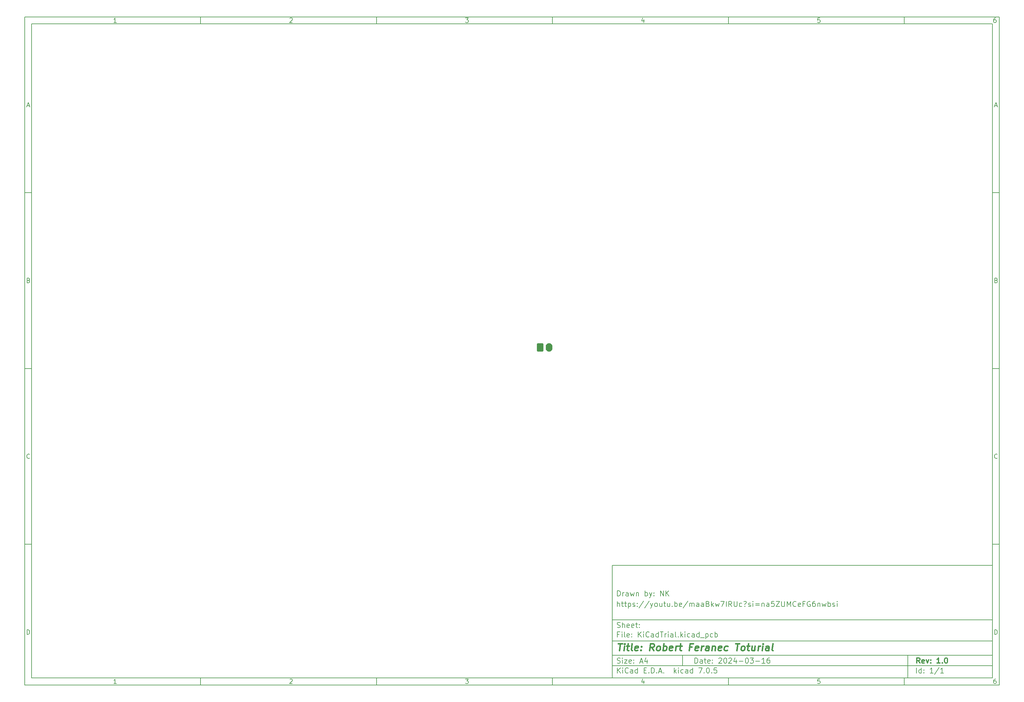
<source format=gbr>
%TF.GenerationSoftware,KiCad,Pcbnew,7.0.5*%
%TF.CreationDate,2024-05-21T11:35:57-04:00*%
%TF.ProjectId,KiCadTrial,4b694361-6454-4726-9961-6c2e6b696361,1.0*%
%TF.SameCoordinates,Original*%
%TF.FileFunction,Soldermask,Bot*%
%TF.FilePolarity,Negative*%
%FSLAX46Y46*%
G04 Gerber Fmt 4.6, Leading zero omitted, Abs format (unit mm)*
G04 Created by KiCad (PCBNEW 7.0.5) date 2024-05-21 11:35:57*
%MOMM*%
%LPD*%
G01*
G04 APERTURE LIST*
G04 Aperture macros list*
%AMRoundRect*
0 Rectangle with rounded corners*
0 $1 Rounding radius*
0 $2 $3 $4 $5 $6 $7 $8 $9 X,Y pos of 4 corners*
0 Add a 4 corners polygon primitive as box body*
4,1,4,$2,$3,$4,$5,$6,$7,$8,$9,$2,$3,0*
0 Add four circle primitives for the rounded corners*
1,1,$1+$1,$2,$3*
1,1,$1+$1,$4,$5*
1,1,$1+$1,$6,$7*
1,1,$1+$1,$8,$9*
0 Add four rect primitives between the rounded corners*
20,1,$1+$1,$2,$3,$4,$5,0*
20,1,$1+$1,$4,$5,$6,$7,0*
20,1,$1+$1,$6,$7,$8,$9,0*
20,1,$1+$1,$8,$9,$2,$3,0*%
G04 Aperture macros list end*
%ADD10C,0.100000*%
%ADD11C,0.150000*%
%ADD12C,0.300000*%
%ADD13C,0.400000*%
%ADD14RoundRect,0.350000X-0.620000X-0.845000X0.620000X-0.845000X0.620000X0.845000X-0.620000X0.845000X0*%
%ADD15O,1.940000X2.390000*%
G04 APERTURE END LIST*
D10*
D11*
X177002200Y-166007200D02*
X285002200Y-166007200D01*
X285002200Y-198007200D01*
X177002200Y-198007200D01*
X177002200Y-166007200D01*
D10*
D11*
X10000000Y-10000000D02*
X287002200Y-10000000D01*
X287002200Y-200007200D01*
X10000000Y-200007200D01*
X10000000Y-10000000D01*
D10*
D11*
X12000000Y-12000000D02*
X285002200Y-12000000D01*
X285002200Y-198007200D01*
X12000000Y-198007200D01*
X12000000Y-12000000D01*
D10*
D11*
X60000000Y-12000000D02*
X60000000Y-10000000D01*
D10*
D11*
X110000000Y-12000000D02*
X110000000Y-10000000D01*
D10*
D11*
X160000000Y-12000000D02*
X160000000Y-10000000D01*
D10*
D11*
X210000000Y-12000000D02*
X210000000Y-10000000D01*
D10*
D11*
X260000000Y-12000000D02*
X260000000Y-10000000D01*
D10*
D11*
X36089160Y-11593604D02*
X35346303Y-11593604D01*
X35717731Y-11593604D02*
X35717731Y-10293604D01*
X35717731Y-10293604D02*
X35593922Y-10479319D01*
X35593922Y-10479319D02*
X35470112Y-10603128D01*
X35470112Y-10603128D02*
X35346303Y-10665033D01*
D10*
D11*
X85346303Y-10417414D02*
X85408207Y-10355509D01*
X85408207Y-10355509D02*
X85532017Y-10293604D01*
X85532017Y-10293604D02*
X85841541Y-10293604D01*
X85841541Y-10293604D02*
X85965350Y-10355509D01*
X85965350Y-10355509D02*
X86027255Y-10417414D01*
X86027255Y-10417414D02*
X86089160Y-10541223D01*
X86089160Y-10541223D02*
X86089160Y-10665033D01*
X86089160Y-10665033D02*
X86027255Y-10850747D01*
X86027255Y-10850747D02*
X85284398Y-11593604D01*
X85284398Y-11593604D02*
X86089160Y-11593604D01*
D10*
D11*
X135284398Y-10293604D02*
X136089160Y-10293604D01*
X136089160Y-10293604D02*
X135655826Y-10788842D01*
X135655826Y-10788842D02*
X135841541Y-10788842D01*
X135841541Y-10788842D02*
X135965350Y-10850747D01*
X135965350Y-10850747D02*
X136027255Y-10912652D01*
X136027255Y-10912652D02*
X136089160Y-11036461D01*
X136089160Y-11036461D02*
X136089160Y-11345985D01*
X136089160Y-11345985D02*
X136027255Y-11469795D01*
X136027255Y-11469795D02*
X135965350Y-11531700D01*
X135965350Y-11531700D02*
X135841541Y-11593604D01*
X135841541Y-11593604D02*
X135470112Y-11593604D01*
X135470112Y-11593604D02*
X135346303Y-11531700D01*
X135346303Y-11531700D02*
X135284398Y-11469795D01*
D10*
D11*
X185965350Y-10726938D02*
X185965350Y-11593604D01*
X185655826Y-10231700D02*
X185346303Y-11160271D01*
X185346303Y-11160271D02*
X186151064Y-11160271D01*
D10*
D11*
X236027255Y-10293604D02*
X235408207Y-10293604D01*
X235408207Y-10293604D02*
X235346303Y-10912652D01*
X235346303Y-10912652D02*
X235408207Y-10850747D01*
X235408207Y-10850747D02*
X235532017Y-10788842D01*
X235532017Y-10788842D02*
X235841541Y-10788842D01*
X235841541Y-10788842D02*
X235965350Y-10850747D01*
X235965350Y-10850747D02*
X236027255Y-10912652D01*
X236027255Y-10912652D02*
X236089160Y-11036461D01*
X236089160Y-11036461D02*
X236089160Y-11345985D01*
X236089160Y-11345985D02*
X236027255Y-11469795D01*
X236027255Y-11469795D02*
X235965350Y-11531700D01*
X235965350Y-11531700D02*
X235841541Y-11593604D01*
X235841541Y-11593604D02*
X235532017Y-11593604D01*
X235532017Y-11593604D02*
X235408207Y-11531700D01*
X235408207Y-11531700D02*
X235346303Y-11469795D01*
D10*
D11*
X285965350Y-10293604D02*
X285717731Y-10293604D01*
X285717731Y-10293604D02*
X285593922Y-10355509D01*
X285593922Y-10355509D02*
X285532017Y-10417414D01*
X285532017Y-10417414D02*
X285408207Y-10603128D01*
X285408207Y-10603128D02*
X285346303Y-10850747D01*
X285346303Y-10850747D02*
X285346303Y-11345985D01*
X285346303Y-11345985D02*
X285408207Y-11469795D01*
X285408207Y-11469795D02*
X285470112Y-11531700D01*
X285470112Y-11531700D02*
X285593922Y-11593604D01*
X285593922Y-11593604D02*
X285841541Y-11593604D01*
X285841541Y-11593604D02*
X285965350Y-11531700D01*
X285965350Y-11531700D02*
X286027255Y-11469795D01*
X286027255Y-11469795D02*
X286089160Y-11345985D01*
X286089160Y-11345985D02*
X286089160Y-11036461D01*
X286089160Y-11036461D02*
X286027255Y-10912652D01*
X286027255Y-10912652D02*
X285965350Y-10850747D01*
X285965350Y-10850747D02*
X285841541Y-10788842D01*
X285841541Y-10788842D02*
X285593922Y-10788842D01*
X285593922Y-10788842D02*
X285470112Y-10850747D01*
X285470112Y-10850747D02*
X285408207Y-10912652D01*
X285408207Y-10912652D02*
X285346303Y-11036461D01*
D10*
D11*
X60000000Y-198007200D02*
X60000000Y-200007200D01*
D10*
D11*
X110000000Y-198007200D02*
X110000000Y-200007200D01*
D10*
D11*
X160000000Y-198007200D02*
X160000000Y-200007200D01*
D10*
D11*
X210000000Y-198007200D02*
X210000000Y-200007200D01*
D10*
D11*
X260000000Y-198007200D02*
X260000000Y-200007200D01*
D10*
D11*
X36089160Y-199600804D02*
X35346303Y-199600804D01*
X35717731Y-199600804D02*
X35717731Y-198300804D01*
X35717731Y-198300804D02*
X35593922Y-198486519D01*
X35593922Y-198486519D02*
X35470112Y-198610328D01*
X35470112Y-198610328D02*
X35346303Y-198672233D01*
D10*
D11*
X85346303Y-198424614D02*
X85408207Y-198362709D01*
X85408207Y-198362709D02*
X85532017Y-198300804D01*
X85532017Y-198300804D02*
X85841541Y-198300804D01*
X85841541Y-198300804D02*
X85965350Y-198362709D01*
X85965350Y-198362709D02*
X86027255Y-198424614D01*
X86027255Y-198424614D02*
X86089160Y-198548423D01*
X86089160Y-198548423D02*
X86089160Y-198672233D01*
X86089160Y-198672233D02*
X86027255Y-198857947D01*
X86027255Y-198857947D02*
X85284398Y-199600804D01*
X85284398Y-199600804D02*
X86089160Y-199600804D01*
D10*
D11*
X135284398Y-198300804D02*
X136089160Y-198300804D01*
X136089160Y-198300804D02*
X135655826Y-198796042D01*
X135655826Y-198796042D02*
X135841541Y-198796042D01*
X135841541Y-198796042D02*
X135965350Y-198857947D01*
X135965350Y-198857947D02*
X136027255Y-198919852D01*
X136027255Y-198919852D02*
X136089160Y-199043661D01*
X136089160Y-199043661D02*
X136089160Y-199353185D01*
X136089160Y-199353185D02*
X136027255Y-199476995D01*
X136027255Y-199476995D02*
X135965350Y-199538900D01*
X135965350Y-199538900D02*
X135841541Y-199600804D01*
X135841541Y-199600804D02*
X135470112Y-199600804D01*
X135470112Y-199600804D02*
X135346303Y-199538900D01*
X135346303Y-199538900D02*
X135284398Y-199476995D01*
D10*
D11*
X185965350Y-198734138D02*
X185965350Y-199600804D01*
X185655826Y-198238900D02*
X185346303Y-199167471D01*
X185346303Y-199167471D02*
X186151064Y-199167471D01*
D10*
D11*
X236027255Y-198300804D02*
X235408207Y-198300804D01*
X235408207Y-198300804D02*
X235346303Y-198919852D01*
X235346303Y-198919852D02*
X235408207Y-198857947D01*
X235408207Y-198857947D02*
X235532017Y-198796042D01*
X235532017Y-198796042D02*
X235841541Y-198796042D01*
X235841541Y-198796042D02*
X235965350Y-198857947D01*
X235965350Y-198857947D02*
X236027255Y-198919852D01*
X236027255Y-198919852D02*
X236089160Y-199043661D01*
X236089160Y-199043661D02*
X236089160Y-199353185D01*
X236089160Y-199353185D02*
X236027255Y-199476995D01*
X236027255Y-199476995D02*
X235965350Y-199538900D01*
X235965350Y-199538900D02*
X235841541Y-199600804D01*
X235841541Y-199600804D02*
X235532017Y-199600804D01*
X235532017Y-199600804D02*
X235408207Y-199538900D01*
X235408207Y-199538900D02*
X235346303Y-199476995D01*
D10*
D11*
X285965350Y-198300804D02*
X285717731Y-198300804D01*
X285717731Y-198300804D02*
X285593922Y-198362709D01*
X285593922Y-198362709D02*
X285532017Y-198424614D01*
X285532017Y-198424614D02*
X285408207Y-198610328D01*
X285408207Y-198610328D02*
X285346303Y-198857947D01*
X285346303Y-198857947D02*
X285346303Y-199353185D01*
X285346303Y-199353185D02*
X285408207Y-199476995D01*
X285408207Y-199476995D02*
X285470112Y-199538900D01*
X285470112Y-199538900D02*
X285593922Y-199600804D01*
X285593922Y-199600804D02*
X285841541Y-199600804D01*
X285841541Y-199600804D02*
X285965350Y-199538900D01*
X285965350Y-199538900D02*
X286027255Y-199476995D01*
X286027255Y-199476995D02*
X286089160Y-199353185D01*
X286089160Y-199353185D02*
X286089160Y-199043661D01*
X286089160Y-199043661D02*
X286027255Y-198919852D01*
X286027255Y-198919852D02*
X285965350Y-198857947D01*
X285965350Y-198857947D02*
X285841541Y-198796042D01*
X285841541Y-198796042D02*
X285593922Y-198796042D01*
X285593922Y-198796042D02*
X285470112Y-198857947D01*
X285470112Y-198857947D02*
X285408207Y-198919852D01*
X285408207Y-198919852D02*
X285346303Y-199043661D01*
D10*
D11*
X10000000Y-60000000D02*
X12000000Y-60000000D01*
D10*
D11*
X10000000Y-110000000D02*
X12000000Y-110000000D01*
D10*
D11*
X10000000Y-160000000D02*
X12000000Y-160000000D01*
D10*
D11*
X10690476Y-35222176D02*
X11309523Y-35222176D01*
X10566666Y-35593604D02*
X10999999Y-34293604D01*
X10999999Y-34293604D02*
X11433333Y-35593604D01*
D10*
D11*
X11092857Y-84912652D02*
X11278571Y-84974557D01*
X11278571Y-84974557D02*
X11340476Y-85036461D01*
X11340476Y-85036461D02*
X11402380Y-85160271D01*
X11402380Y-85160271D02*
X11402380Y-85345985D01*
X11402380Y-85345985D02*
X11340476Y-85469795D01*
X11340476Y-85469795D02*
X11278571Y-85531700D01*
X11278571Y-85531700D02*
X11154761Y-85593604D01*
X11154761Y-85593604D02*
X10659523Y-85593604D01*
X10659523Y-85593604D02*
X10659523Y-84293604D01*
X10659523Y-84293604D02*
X11092857Y-84293604D01*
X11092857Y-84293604D02*
X11216666Y-84355509D01*
X11216666Y-84355509D02*
X11278571Y-84417414D01*
X11278571Y-84417414D02*
X11340476Y-84541223D01*
X11340476Y-84541223D02*
X11340476Y-84665033D01*
X11340476Y-84665033D02*
X11278571Y-84788842D01*
X11278571Y-84788842D02*
X11216666Y-84850747D01*
X11216666Y-84850747D02*
X11092857Y-84912652D01*
X11092857Y-84912652D02*
X10659523Y-84912652D01*
D10*
D11*
X11402380Y-135469795D02*
X11340476Y-135531700D01*
X11340476Y-135531700D02*
X11154761Y-135593604D01*
X11154761Y-135593604D02*
X11030952Y-135593604D01*
X11030952Y-135593604D02*
X10845238Y-135531700D01*
X10845238Y-135531700D02*
X10721428Y-135407890D01*
X10721428Y-135407890D02*
X10659523Y-135284080D01*
X10659523Y-135284080D02*
X10597619Y-135036461D01*
X10597619Y-135036461D02*
X10597619Y-134850747D01*
X10597619Y-134850747D02*
X10659523Y-134603128D01*
X10659523Y-134603128D02*
X10721428Y-134479319D01*
X10721428Y-134479319D02*
X10845238Y-134355509D01*
X10845238Y-134355509D02*
X11030952Y-134293604D01*
X11030952Y-134293604D02*
X11154761Y-134293604D01*
X11154761Y-134293604D02*
X11340476Y-134355509D01*
X11340476Y-134355509D02*
X11402380Y-134417414D01*
D10*
D11*
X10659523Y-185593604D02*
X10659523Y-184293604D01*
X10659523Y-184293604D02*
X10969047Y-184293604D01*
X10969047Y-184293604D02*
X11154761Y-184355509D01*
X11154761Y-184355509D02*
X11278571Y-184479319D01*
X11278571Y-184479319D02*
X11340476Y-184603128D01*
X11340476Y-184603128D02*
X11402380Y-184850747D01*
X11402380Y-184850747D02*
X11402380Y-185036461D01*
X11402380Y-185036461D02*
X11340476Y-185284080D01*
X11340476Y-185284080D02*
X11278571Y-185407890D01*
X11278571Y-185407890D02*
X11154761Y-185531700D01*
X11154761Y-185531700D02*
X10969047Y-185593604D01*
X10969047Y-185593604D02*
X10659523Y-185593604D01*
D10*
D11*
X287002200Y-60000000D02*
X285002200Y-60000000D01*
D10*
D11*
X287002200Y-110000000D02*
X285002200Y-110000000D01*
D10*
D11*
X287002200Y-160000000D02*
X285002200Y-160000000D01*
D10*
D11*
X285692676Y-35222176D02*
X286311723Y-35222176D01*
X285568866Y-35593604D02*
X286002199Y-34293604D01*
X286002199Y-34293604D02*
X286435533Y-35593604D01*
D10*
D11*
X286095057Y-84912652D02*
X286280771Y-84974557D01*
X286280771Y-84974557D02*
X286342676Y-85036461D01*
X286342676Y-85036461D02*
X286404580Y-85160271D01*
X286404580Y-85160271D02*
X286404580Y-85345985D01*
X286404580Y-85345985D02*
X286342676Y-85469795D01*
X286342676Y-85469795D02*
X286280771Y-85531700D01*
X286280771Y-85531700D02*
X286156961Y-85593604D01*
X286156961Y-85593604D02*
X285661723Y-85593604D01*
X285661723Y-85593604D02*
X285661723Y-84293604D01*
X285661723Y-84293604D02*
X286095057Y-84293604D01*
X286095057Y-84293604D02*
X286218866Y-84355509D01*
X286218866Y-84355509D02*
X286280771Y-84417414D01*
X286280771Y-84417414D02*
X286342676Y-84541223D01*
X286342676Y-84541223D02*
X286342676Y-84665033D01*
X286342676Y-84665033D02*
X286280771Y-84788842D01*
X286280771Y-84788842D02*
X286218866Y-84850747D01*
X286218866Y-84850747D02*
X286095057Y-84912652D01*
X286095057Y-84912652D02*
X285661723Y-84912652D01*
D10*
D11*
X286404580Y-135469795D02*
X286342676Y-135531700D01*
X286342676Y-135531700D02*
X286156961Y-135593604D01*
X286156961Y-135593604D02*
X286033152Y-135593604D01*
X286033152Y-135593604D02*
X285847438Y-135531700D01*
X285847438Y-135531700D02*
X285723628Y-135407890D01*
X285723628Y-135407890D02*
X285661723Y-135284080D01*
X285661723Y-135284080D02*
X285599819Y-135036461D01*
X285599819Y-135036461D02*
X285599819Y-134850747D01*
X285599819Y-134850747D02*
X285661723Y-134603128D01*
X285661723Y-134603128D02*
X285723628Y-134479319D01*
X285723628Y-134479319D02*
X285847438Y-134355509D01*
X285847438Y-134355509D02*
X286033152Y-134293604D01*
X286033152Y-134293604D02*
X286156961Y-134293604D01*
X286156961Y-134293604D02*
X286342676Y-134355509D01*
X286342676Y-134355509D02*
X286404580Y-134417414D01*
D10*
D11*
X285661723Y-185593604D02*
X285661723Y-184293604D01*
X285661723Y-184293604D02*
X285971247Y-184293604D01*
X285971247Y-184293604D02*
X286156961Y-184355509D01*
X286156961Y-184355509D02*
X286280771Y-184479319D01*
X286280771Y-184479319D02*
X286342676Y-184603128D01*
X286342676Y-184603128D02*
X286404580Y-184850747D01*
X286404580Y-184850747D02*
X286404580Y-185036461D01*
X286404580Y-185036461D02*
X286342676Y-185284080D01*
X286342676Y-185284080D02*
X286280771Y-185407890D01*
X286280771Y-185407890D02*
X286156961Y-185531700D01*
X286156961Y-185531700D02*
X285971247Y-185593604D01*
X285971247Y-185593604D02*
X285661723Y-185593604D01*
D10*
D11*
X200458026Y-193793328D02*
X200458026Y-192293328D01*
X200458026Y-192293328D02*
X200815169Y-192293328D01*
X200815169Y-192293328D02*
X201029455Y-192364757D01*
X201029455Y-192364757D02*
X201172312Y-192507614D01*
X201172312Y-192507614D02*
X201243741Y-192650471D01*
X201243741Y-192650471D02*
X201315169Y-192936185D01*
X201315169Y-192936185D02*
X201315169Y-193150471D01*
X201315169Y-193150471D02*
X201243741Y-193436185D01*
X201243741Y-193436185D02*
X201172312Y-193579042D01*
X201172312Y-193579042D02*
X201029455Y-193721900D01*
X201029455Y-193721900D02*
X200815169Y-193793328D01*
X200815169Y-193793328D02*
X200458026Y-193793328D01*
X202600884Y-193793328D02*
X202600884Y-193007614D01*
X202600884Y-193007614D02*
X202529455Y-192864757D01*
X202529455Y-192864757D02*
X202386598Y-192793328D01*
X202386598Y-192793328D02*
X202100884Y-192793328D01*
X202100884Y-192793328D02*
X201958026Y-192864757D01*
X202600884Y-193721900D02*
X202458026Y-193793328D01*
X202458026Y-193793328D02*
X202100884Y-193793328D01*
X202100884Y-193793328D02*
X201958026Y-193721900D01*
X201958026Y-193721900D02*
X201886598Y-193579042D01*
X201886598Y-193579042D02*
X201886598Y-193436185D01*
X201886598Y-193436185D02*
X201958026Y-193293328D01*
X201958026Y-193293328D02*
X202100884Y-193221900D01*
X202100884Y-193221900D02*
X202458026Y-193221900D01*
X202458026Y-193221900D02*
X202600884Y-193150471D01*
X203100884Y-192793328D02*
X203672312Y-192793328D01*
X203315169Y-192293328D02*
X203315169Y-193579042D01*
X203315169Y-193579042D02*
X203386598Y-193721900D01*
X203386598Y-193721900D02*
X203529455Y-193793328D01*
X203529455Y-193793328D02*
X203672312Y-193793328D01*
X204743741Y-193721900D02*
X204600884Y-193793328D01*
X204600884Y-193793328D02*
X204315170Y-193793328D01*
X204315170Y-193793328D02*
X204172312Y-193721900D01*
X204172312Y-193721900D02*
X204100884Y-193579042D01*
X204100884Y-193579042D02*
X204100884Y-193007614D01*
X204100884Y-193007614D02*
X204172312Y-192864757D01*
X204172312Y-192864757D02*
X204315170Y-192793328D01*
X204315170Y-192793328D02*
X204600884Y-192793328D01*
X204600884Y-192793328D02*
X204743741Y-192864757D01*
X204743741Y-192864757D02*
X204815170Y-193007614D01*
X204815170Y-193007614D02*
X204815170Y-193150471D01*
X204815170Y-193150471D02*
X204100884Y-193293328D01*
X205458026Y-193650471D02*
X205529455Y-193721900D01*
X205529455Y-193721900D02*
X205458026Y-193793328D01*
X205458026Y-193793328D02*
X205386598Y-193721900D01*
X205386598Y-193721900D02*
X205458026Y-193650471D01*
X205458026Y-193650471D02*
X205458026Y-193793328D01*
X205458026Y-192864757D02*
X205529455Y-192936185D01*
X205529455Y-192936185D02*
X205458026Y-193007614D01*
X205458026Y-193007614D02*
X205386598Y-192936185D01*
X205386598Y-192936185D02*
X205458026Y-192864757D01*
X205458026Y-192864757D02*
X205458026Y-193007614D01*
X207243741Y-192436185D02*
X207315169Y-192364757D01*
X207315169Y-192364757D02*
X207458027Y-192293328D01*
X207458027Y-192293328D02*
X207815169Y-192293328D01*
X207815169Y-192293328D02*
X207958027Y-192364757D01*
X207958027Y-192364757D02*
X208029455Y-192436185D01*
X208029455Y-192436185D02*
X208100884Y-192579042D01*
X208100884Y-192579042D02*
X208100884Y-192721900D01*
X208100884Y-192721900D02*
X208029455Y-192936185D01*
X208029455Y-192936185D02*
X207172312Y-193793328D01*
X207172312Y-193793328D02*
X208100884Y-193793328D01*
X209029455Y-192293328D02*
X209172312Y-192293328D01*
X209172312Y-192293328D02*
X209315169Y-192364757D01*
X209315169Y-192364757D02*
X209386598Y-192436185D01*
X209386598Y-192436185D02*
X209458026Y-192579042D01*
X209458026Y-192579042D02*
X209529455Y-192864757D01*
X209529455Y-192864757D02*
X209529455Y-193221900D01*
X209529455Y-193221900D02*
X209458026Y-193507614D01*
X209458026Y-193507614D02*
X209386598Y-193650471D01*
X209386598Y-193650471D02*
X209315169Y-193721900D01*
X209315169Y-193721900D02*
X209172312Y-193793328D01*
X209172312Y-193793328D02*
X209029455Y-193793328D01*
X209029455Y-193793328D02*
X208886598Y-193721900D01*
X208886598Y-193721900D02*
X208815169Y-193650471D01*
X208815169Y-193650471D02*
X208743740Y-193507614D01*
X208743740Y-193507614D02*
X208672312Y-193221900D01*
X208672312Y-193221900D02*
X208672312Y-192864757D01*
X208672312Y-192864757D02*
X208743740Y-192579042D01*
X208743740Y-192579042D02*
X208815169Y-192436185D01*
X208815169Y-192436185D02*
X208886598Y-192364757D01*
X208886598Y-192364757D02*
X209029455Y-192293328D01*
X210100883Y-192436185D02*
X210172311Y-192364757D01*
X210172311Y-192364757D02*
X210315169Y-192293328D01*
X210315169Y-192293328D02*
X210672311Y-192293328D01*
X210672311Y-192293328D02*
X210815169Y-192364757D01*
X210815169Y-192364757D02*
X210886597Y-192436185D01*
X210886597Y-192436185D02*
X210958026Y-192579042D01*
X210958026Y-192579042D02*
X210958026Y-192721900D01*
X210958026Y-192721900D02*
X210886597Y-192936185D01*
X210886597Y-192936185D02*
X210029454Y-193793328D01*
X210029454Y-193793328D02*
X210958026Y-193793328D01*
X212243740Y-192793328D02*
X212243740Y-193793328D01*
X211886597Y-192221900D02*
X211529454Y-193293328D01*
X211529454Y-193293328D02*
X212458025Y-193293328D01*
X213029453Y-193221900D02*
X214172311Y-193221900D01*
X215172311Y-192293328D02*
X215315168Y-192293328D01*
X215315168Y-192293328D02*
X215458025Y-192364757D01*
X215458025Y-192364757D02*
X215529454Y-192436185D01*
X215529454Y-192436185D02*
X215600882Y-192579042D01*
X215600882Y-192579042D02*
X215672311Y-192864757D01*
X215672311Y-192864757D02*
X215672311Y-193221900D01*
X215672311Y-193221900D02*
X215600882Y-193507614D01*
X215600882Y-193507614D02*
X215529454Y-193650471D01*
X215529454Y-193650471D02*
X215458025Y-193721900D01*
X215458025Y-193721900D02*
X215315168Y-193793328D01*
X215315168Y-193793328D02*
X215172311Y-193793328D01*
X215172311Y-193793328D02*
X215029454Y-193721900D01*
X215029454Y-193721900D02*
X214958025Y-193650471D01*
X214958025Y-193650471D02*
X214886596Y-193507614D01*
X214886596Y-193507614D02*
X214815168Y-193221900D01*
X214815168Y-193221900D02*
X214815168Y-192864757D01*
X214815168Y-192864757D02*
X214886596Y-192579042D01*
X214886596Y-192579042D02*
X214958025Y-192436185D01*
X214958025Y-192436185D02*
X215029454Y-192364757D01*
X215029454Y-192364757D02*
X215172311Y-192293328D01*
X216172310Y-192293328D02*
X217100882Y-192293328D01*
X217100882Y-192293328D02*
X216600882Y-192864757D01*
X216600882Y-192864757D02*
X216815167Y-192864757D01*
X216815167Y-192864757D02*
X216958025Y-192936185D01*
X216958025Y-192936185D02*
X217029453Y-193007614D01*
X217029453Y-193007614D02*
X217100882Y-193150471D01*
X217100882Y-193150471D02*
X217100882Y-193507614D01*
X217100882Y-193507614D02*
X217029453Y-193650471D01*
X217029453Y-193650471D02*
X216958025Y-193721900D01*
X216958025Y-193721900D02*
X216815167Y-193793328D01*
X216815167Y-193793328D02*
X216386596Y-193793328D01*
X216386596Y-193793328D02*
X216243739Y-193721900D01*
X216243739Y-193721900D02*
X216172310Y-193650471D01*
X217743738Y-193221900D02*
X218886596Y-193221900D01*
X220386596Y-193793328D02*
X219529453Y-193793328D01*
X219958024Y-193793328D02*
X219958024Y-192293328D01*
X219958024Y-192293328D02*
X219815167Y-192507614D01*
X219815167Y-192507614D02*
X219672310Y-192650471D01*
X219672310Y-192650471D02*
X219529453Y-192721900D01*
X221672310Y-192293328D02*
X221386595Y-192293328D01*
X221386595Y-192293328D02*
X221243738Y-192364757D01*
X221243738Y-192364757D02*
X221172310Y-192436185D01*
X221172310Y-192436185D02*
X221029452Y-192650471D01*
X221029452Y-192650471D02*
X220958024Y-192936185D01*
X220958024Y-192936185D02*
X220958024Y-193507614D01*
X220958024Y-193507614D02*
X221029452Y-193650471D01*
X221029452Y-193650471D02*
X221100881Y-193721900D01*
X221100881Y-193721900D02*
X221243738Y-193793328D01*
X221243738Y-193793328D02*
X221529452Y-193793328D01*
X221529452Y-193793328D02*
X221672310Y-193721900D01*
X221672310Y-193721900D02*
X221743738Y-193650471D01*
X221743738Y-193650471D02*
X221815167Y-193507614D01*
X221815167Y-193507614D02*
X221815167Y-193150471D01*
X221815167Y-193150471D02*
X221743738Y-193007614D01*
X221743738Y-193007614D02*
X221672310Y-192936185D01*
X221672310Y-192936185D02*
X221529452Y-192864757D01*
X221529452Y-192864757D02*
X221243738Y-192864757D01*
X221243738Y-192864757D02*
X221100881Y-192936185D01*
X221100881Y-192936185D02*
X221029452Y-193007614D01*
X221029452Y-193007614D02*
X220958024Y-193150471D01*
D10*
D11*
X177002200Y-194507200D02*
X285002200Y-194507200D01*
D10*
D11*
X178458026Y-196593328D02*
X178458026Y-195093328D01*
X179315169Y-196593328D02*
X178672312Y-195736185D01*
X179315169Y-195093328D02*
X178458026Y-195950471D01*
X179958026Y-196593328D02*
X179958026Y-195593328D01*
X179958026Y-195093328D02*
X179886598Y-195164757D01*
X179886598Y-195164757D02*
X179958026Y-195236185D01*
X179958026Y-195236185D02*
X180029455Y-195164757D01*
X180029455Y-195164757D02*
X179958026Y-195093328D01*
X179958026Y-195093328D02*
X179958026Y-195236185D01*
X181529455Y-196450471D02*
X181458027Y-196521900D01*
X181458027Y-196521900D02*
X181243741Y-196593328D01*
X181243741Y-196593328D02*
X181100884Y-196593328D01*
X181100884Y-196593328D02*
X180886598Y-196521900D01*
X180886598Y-196521900D02*
X180743741Y-196379042D01*
X180743741Y-196379042D02*
X180672312Y-196236185D01*
X180672312Y-196236185D02*
X180600884Y-195950471D01*
X180600884Y-195950471D02*
X180600884Y-195736185D01*
X180600884Y-195736185D02*
X180672312Y-195450471D01*
X180672312Y-195450471D02*
X180743741Y-195307614D01*
X180743741Y-195307614D02*
X180886598Y-195164757D01*
X180886598Y-195164757D02*
X181100884Y-195093328D01*
X181100884Y-195093328D02*
X181243741Y-195093328D01*
X181243741Y-195093328D02*
X181458027Y-195164757D01*
X181458027Y-195164757D02*
X181529455Y-195236185D01*
X182815170Y-196593328D02*
X182815170Y-195807614D01*
X182815170Y-195807614D02*
X182743741Y-195664757D01*
X182743741Y-195664757D02*
X182600884Y-195593328D01*
X182600884Y-195593328D02*
X182315170Y-195593328D01*
X182315170Y-195593328D02*
X182172312Y-195664757D01*
X182815170Y-196521900D02*
X182672312Y-196593328D01*
X182672312Y-196593328D02*
X182315170Y-196593328D01*
X182315170Y-196593328D02*
X182172312Y-196521900D01*
X182172312Y-196521900D02*
X182100884Y-196379042D01*
X182100884Y-196379042D02*
X182100884Y-196236185D01*
X182100884Y-196236185D02*
X182172312Y-196093328D01*
X182172312Y-196093328D02*
X182315170Y-196021900D01*
X182315170Y-196021900D02*
X182672312Y-196021900D01*
X182672312Y-196021900D02*
X182815170Y-195950471D01*
X184172313Y-196593328D02*
X184172313Y-195093328D01*
X184172313Y-196521900D02*
X184029455Y-196593328D01*
X184029455Y-196593328D02*
X183743741Y-196593328D01*
X183743741Y-196593328D02*
X183600884Y-196521900D01*
X183600884Y-196521900D02*
X183529455Y-196450471D01*
X183529455Y-196450471D02*
X183458027Y-196307614D01*
X183458027Y-196307614D02*
X183458027Y-195879042D01*
X183458027Y-195879042D02*
X183529455Y-195736185D01*
X183529455Y-195736185D02*
X183600884Y-195664757D01*
X183600884Y-195664757D02*
X183743741Y-195593328D01*
X183743741Y-195593328D02*
X184029455Y-195593328D01*
X184029455Y-195593328D02*
X184172313Y-195664757D01*
X186029455Y-195807614D02*
X186529455Y-195807614D01*
X186743741Y-196593328D02*
X186029455Y-196593328D01*
X186029455Y-196593328D02*
X186029455Y-195093328D01*
X186029455Y-195093328D02*
X186743741Y-195093328D01*
X187386598Y-196450471D02*
X187458027Y-196521900D01*
X187458027Y-196521900D02*
X187386598Y-196593328D01*
X187386598Y-196593328D02*
X187315170Y-196521900D01*
X187315170Y-196521900D02*
X187386598Y-196450471D01*
X187386598Y-196450471D02*
X187386598Y-196593328D01*
X188100884Y-196593328D02*
X188100884Y-195093328D01*
X188100884Y-195093328D02*
X188458027Y-195093328D01*
X188458027Y-195093328D02*
X188672313Y-195164757D01*
X188672313Y-195164757D02*
X188815170Y-195307614D01*
X188815170Y-195307614D02*
X188886599Y-195450471D01*
X188886599Y-195450471D02*
X188958027Y-195736185D01*
X188958027Y-195736185D02*
X188958027Y-195950471D01*
X188958027Y-195950471D02*
X188886599Y-196236185D01*
X188886599Y-196236185D02*
X188815170Y-196379042D01*
X188815170Y-196379042D02*
X188672313Y-196521900D01*
X188672313Y-196521900D02*
X188458027Y-196593328D01*
X188458027Y-196593328D02*
X188100884Y-196593328D01*
X189600884Y-196450471D02*
X189672313Y-196521900D01*
X189672313Y-196521900D02*
X189600884Y-196593328D01*
X189600884Y-196593328D02*
X189529456Y-196521900D01*
X189529456Y-196521900D02*
X189600884Y-196450471D01*
X189600884Y-196450471D02*
X189600884Y-196593328D01*
X190243742Y-196164757D02*
X190958028Y-196164757D01*
X190100885Y-196593328D02*
X190600885Y-195093328D01*
X190600885Y-195093328D02*
X191100885Y-196593328D01*
X191600884Y-196450471D02*
X191672313Y-196521900D01*
X191672313Y-196521900D02*
X191600884Y-196593328D01*
X191600884Y-196593328D02*
X191529456Y-196521900D01*
X191529456Y-196521900D02*
X191600884Y-196450471D01*
X191600884Y-196450471D02*
X191600884Y-196593328D01*
X194600884Y-196593328D02*
X194600884Y-195093328D01*
X194743742Y-196021900D02*
X195172313Y-196593328D01*
X195172313Y-195593328D02*
X194600884Y-196164757D01*
X195815170Y-196593328D02*
X195815170Y-195593328D01*
X195815170Y-195093328D02*
X195743742Y-195164757D01*
X195743742Y-195164757D02*
X195815170Y-195236185D01*
X195815170Y-195236185D02*
X195886599Y-195164757D01*
X195886599Y-195164757D02*
X195815170Y-195093328D01*
X195815170Y-195093328D02*
X195815170Y-195236185D01*
X197172314Y-196521900D02*
X197029456Y-196593328D01*
X197029456Y-196593328D02*
X196743742Y-196593328D01*
X196743742Y-196593328D02*
X196600885Y-196521900D01*
X196600885Y-196521900D02*
X196529456Y-196450471D01*
X196529456Y-196450471D02*
X196458028Y-196307614D01*
X196458028Y-196307614D02*
X196458028Y-195879042D01*
X196458028Y-195879042D02*
X196529456Y-195736185D01*
X196529456Y-195736185D02*
X196600885Y-195664757D01*
X196600885Y-195664757D02*
X196743742Y-195593328D01*
X196743742Y-195593328D02*
X197029456Y-195593328D01*
X197029456Y-195593328D02*
X197172314Y-195664757D01*
X198458028Y-196593328D02*
X198458028Y-195807614D01*
X198458028Y-195807614D02*
X198386599Y-195664757D01*
X198386599Y-195664757D02*
X198243742Y-195593328D01*
X198243742Y-195593328D02*
X197958028Y-195593328D01*
X197958028Y-195593328D02*
X197815170Y-195664757D01*
X198458028Y-196521900D02*
X198315170Y-196593328D01*
X198315170Y-196593328D02*
X197958028Y-196593328D01*
X197958028Y-196593328D02*
X197815170Y-196521900D01*
X197815170Y-196521900D02*
X197743742Y-196379042D01*
X197743742Y-196379042D02*
X197743742Y-196236185D01*
X197743742Y-196236185D02*
X197815170Y-196093328D01*
X197815170Y-196093328D02*
X197958028Y-196021900D01*
X197958028Y-196021900D02*
X198315170Y-196021900D01*
X198315170Y-196021900D02*
X198458028Y-195950471D01*
X199815171Y-196593328D02*
X199815171Y-195093328D01*
X199815171Y-196521900D02*
X199672313Y-196593328D01*
X199672313Y-196593328D02*
X199386599Y-196593328D01*
X199386599Y-196593328D02*
X199243742Y-196521900D01*
X199243742Y-196521900D02*
X199172313Y-196450471D01*
X199172313Y-196450471D02*
X199100885Y-196307614D01*
X199100885Y-196307614D02*
X199100885Y-195879042D01*
X199100885Y-195879042D02*
X199172313Y-195736185D01*
X199172313Y-195736185D02*
X199243742Y-195664757D01*
X199243742Y-195664757D02*
X199386599Y-195593328D01*
X199386599Y-195593328D02*
X199672313Y-195593328D01*
X199672313Y-195593328D02*
X199815171Y-195664757D01*
X201529456Y-195093328D02*
X202529456Y-195093328D01*
X202529456Y-195093328D02*
X201886599Y-196593328D01*
X203100884Y-196450471D02*
X203172313Y-196521900D01*
X203172313Y-196521900D02*
X203100884Y-196593328D01*
X203100884Y-196593328D02*
X203029456Y-196521900D01*
X203029456Y-196521900D02*
X203100884Y-196450471D01*
X203100884Y-196450471D02*
X203100884Y-196593328D01*
X204100885Y-195093328D02*
X204243742Y-195093328D01*
X204243742Y-195093328D02*
X204386599Y-195164757D01*
X204386599Y-195164757D02*
X204458028Y-195236185D01*
X204458028Y-195236185D02*
X204529456Y-195379042D01*
X204529456Y-195379042D02*
X204600885Y-195664757D01*
X204600885Y-195664757D02*
X204600885Y-196021900D01*
X204600885Y-196021900D02*
X204529456Y-196307614D01*
X204529456Y-196307614D02*
X204458028Y-196450471D01*
X204458028Y-196450471D02*
X204386599Y-196521900D01*
X204386599Y-196521900D02*
X204243742Y-196593328D01*
X204243742Y-196593328D02*
X204100885Y-196593328D01*
X204100885Y-196593328D02*
X203958028Y-196521900D01*
X203958028Y-196521900D02*
X203886599Y-196450471D01*
X203886599Y-196450471D02*
X203815170Y-196307614D01*
X203815170Y-196307614D02*
X203743742Y-196021900D01*
X203743742Y-196021900D02*
X203743742Y-195664757D01*
X203743742Y-195664757D02*
X203815170Y-195379042D01*
X203815170Y-195379042D02*
X203886599Y-195236185D01*
X203886599Y-195236185D02*
X203958028Y-195164757D01*
X203958028Y-195164757D02*
X204100885Y-195093328D01*
X205243741Y-196450471D02*
X205315170Y-196521900D01*
X205315170Y-196521900D02*
X205243741Y-196593328D01*
X205243741Y-196593328D02*
X205172313Y-196521900D01*
X205172313Y-196521900D02*
X205243741Y-196450471D01*
X205243741Y-196450471D02*
X205243741Y-196593328D01*
X206672313Y-195093328D02*
X205958027Y-195093328D01*
X205958027Y-195093328D02*
X205886599Y-195807614D01*
X205886599Y-195807614D02*
X205958027Y-195736185D01*
X205958027Y-195736185D02*
X206100885Y-195664757D01*
X206100885Y-195664757D02*
X206458027Y-195664757D01*
X206458027Y-195664757D02*
X206600885Y-195736185D01*
X206600885Y-195736185D02*
X206672313Y-195807614D01*
X206672313Y-195807614D02*
X206743742Y-195950471D01*
X206743742Y-195950471D02*
X206743742Y-196307614D01*
X206743742Y-196307614D02*
X206672313Y-196450471D01*
X206672313Y-196450471D02*
X206600885Y-196521900D01*
X206600885Y-196521900D02*
X206458027Y-196593328D01*
X206458027Y-196593328D02*
X206100885Y-196593328D01*
X206100885Y-196593328D02*
X205958027Y-196521900D01*
X205958027Y-196521900D02*
X205886599Y-196450471D01*
D10*
D11*
X177002200Y-191507200D02*
X285002200Y-191507200D01*
D10*
D12*
X264413853Y-193785528D02*
X263913853Y-193071242D01*
X263556710Y-193785528D02*
X263556710Y-192285528D01*
X263556710Y-192285528D02*
X264128139Y-192285528D01*
X264128139Y-192285528D02*
X264270996Y-192356957D01*
X264270996Y-192356957D02*
X264342425Y-192428385D01*
X264342425Y-192428385D02*
X264413853Y-192571242D01*
X264413853Y-192571242D02*
X264413853Y-192785528D01*
X264413853Y-192785528D02*
X264342425Y-192928385D01*
X264342425Y-192928385D02*
X264270996Y-192999814D01*
X264270996Y-192999814D02*
X264128139Y-193071242D01*
X264128139Y-193071242D02*
X263556710Y-193071242D01*
X265628139Y-193714100D02*
X265485282Y-193785528D01*
X265485282Y-193785528D02*
X265199568Y-193785528D01*
X265199568Y-193785528D02*
X265056710Y-193714100D01*
X265056710Y-193714100D02*
X264985282Y-193571242D01*
X264985282Y-193571242D02*
X264985282Y-192999814D01*
X264985282Y-192999814D02*
X265056710Y-192856957D01*
X265056710Y-192856957D02*
X265199568Y-192785528D01*
X265199568Y-192785528D02*
X265485282Y-192785528D01*
X265485282Y-192785528D02*
X265628139Y-192856957D01*
X265628139Y-192856957D02*
X265699568Y-192999814D01*
X265699568Y-192999814D02*
X265699568Y-193142671D01*
X265699568Y-193142671D02*
X264985282Y-193285528D01*
X266199567Y-192785528D02*
X266556710Y-193785528D01*
X266556710Y-193785528D02*
X266913853Y-192785528D01*
X267485281Y-193642671D02*
X267556710Y-193714100D01*
X267556710Y-193714100D02*
X267485281Y-193785528D01*
X267485281Y-193785528D02*
X267413853Y-193714100D01*
X267413853Y-193714100D02*
X267485281Y-193642671D01*
X267485281Y-193642671D02*
X267485281Y-193785528D01*
X267485281Y-192856957D02*
X267556710Y-192928385D01*
X267556710Y-192928385D02*
X267485281Y-192999814D01*
X267485281Y-192999814D02*
X267413853Y-192928385D01*
X267413853Y-192928385D02*
X267485281Y-192856957D01*
X267485281Y-192856957D02*
X267485281Y-192999814D01*
X270128139Y-193785528D02*
X269270996Y-193785528D01*
X269699567Y-193785528D02*
X269699567Y-192285528D01*
X269699567Y-192285528D02*
X269556710Y-192499814D01*
X269556710Y-192499814D02*
X269413853Y-192642671D01*
X269413853Y-192642671D02*
X269270996Y-192714100D01*
X270770995Y-193642671D02*
X270842424Y-193714100D01*
X270842424Y-193714100D02*
X270770995Y-193785528D01*
X270770995Y-193785528D02*
X270699567Y-193714100D01*
X270699567Y-193714100D02*
X270770995Y-193642671D01*
X270770995Y-193642671D02*
X270770995Y-193785528D01*
X271770996Y-192285528D02*
X271913853Y-192285528D01*
X271913853Y-192285528D02*
X272056710Y-192356957D01*
X272056710Y-192356957D02*
X272128139Y-192428385D01*
X272128139Y-192428385D02*
X272199567Y-192571242D01*
X272199567Y-192571242D02*
X272270996Y-192856957D01*
X272270996Y-192856957D02*
X272270996Y-193214100D01*
X272270996Y-193214100D02*
X272199567Y-193499814D01*
X272199567Y-193499814D02*
X272128139Y-193642671D01*
X272128139Y-193642671D02*
X272056710Y-193714100D01*
X272056710Y-193714100D02*
X271913853Y-193785528D01*
X271913853Y-193785528D02*
X271770996Y-193785528D01*
X271770996Y-193785528D02*
X271628139Y-193714100D01*
X271628139Y-193714100D02*
X271556710Y-193642671D01*
X271556710Y-193642671D02*
X271485281Y-193499814D01*
X271485281Y-193499814D02*
X271413853Y-193214100D01*
X271413853Y-193214100D02*
X271413853Y-192856957D01*
X271413853Y-192856957D02*
X271485281Y-192571242D01*
X271485281Y-192571242D02*
X271556710Y-192428385D01*
X271556710Y-192428385D02*
X271628139Y-192356957D01*
X271628139Y-192356957D02*
X271770996Y-192285528D01*
D10*
D11*
X178386598Y-193721900D02*
X178600884Y-193793328D01*
X178600884Y-193793328D02*
X178958026Y-193793328D01*
X178958026Y-193793328D02*
X179100884Y-193721900D01*
X179100884Y-193721900D02*
X179172312Y-193650471D01*
X179172312Y-193650471D02*
X179243741Y-193507614D01*
X179243741Y-193507614D02*
X179243741Y-193364757D01*
X179243741Y-193364757D02*
X179172312Y-193221900D01*
X179172312Y-193221900D02*
X179100884Y-193150471D01*
X179100884Y-193150471D02*
X178958026Y-193079042D01*
X178958026Y-193079042D02*
X178672312Y-193007614D01*
X178672312Y-193007614D02*
X178529455Y-192936185D01*
X178529455Y-192936185D02*
X178458026Y-192864757D01*
X178458026Y-192864757D02*
X178386598Y-192721900D01*
X178386598Y-192721900D02*
X178386598Y-192579042D01*
X178386598Y-192579042D02*
X178458026Y-192436185D01*
X178458026Y-192436185D02*
X178529455Y-192364757D01*
X178529455Y-192364757D02*
X178672312Y-192293328D01*
X178672312Y-192293328D02*
X179029455Y-192293328D01*
X179029455Y-192293328D02*
X179243741Y-192364757D01*
X179886597Y-193793328D02*
X179886597Y-192793328D01*
X179886597Y-192293328D02*
X179815169Y-192364757D01*
X179815169Y-192364757D02*
X179886597Y-192436185D01*
X179886597Y-192436185D02*
X179958026Y-192364757D01*
X179958026Y-192364757D02*
X179886597Y-192293328D01*
X179886597Y-192293328D02*
X179886597Y-192436185D01*
X180458026Y-192793328D02*
X181243741Y-192793328D01*
X181243741Y-192793328D02*
X180458026Y-193793328D01*
X180458026Y-193793328D02*
X181243741Y-193793328D01*
X182386598Y-193721900D02*
X182243741Y-193793328D01*
X182243741Y-193793328D02*
X181958027Y-193793328D01*
X181958027Y-193793328D02*
X181815169Y-193721900D01*
X181815169Y-193721900D02*
X181743741Y-193579042D01*
X181743741Y-193579042D02*
X181743741Y-193007614D01*
X181743741Y-193007614D02*
X181815169Y-192864757D01*
X181815169Y-192864757D02*
X181958027Y-192793328D01*
X181958027Y-192793328D02*
X182243741Y-192793328D01*
X182243741Y-192793328D02*
X182386598Y-192864757D01*
X182386598Y-192864757D02*
X182458027Y-193007614D01*
X182458027Y-193007614D02*
X182458027Y-193150471D01*
X182458027Y-193150471D02*
X181743741Y-193293328D01*
X183100883Y-193650471D02*
X183172312Y-193721900D01*
X183172312Y-193721900D02*
X183100883Y-193793328D01*
X183100883Y-193793328D02*
X183029455Y-193721900D01*
X183029455Y-193721900D02*
X183100883Y-193650471D01*
X183100883Y-193650471D02*
X183100883Y-193793328D01*
X183100883Y-192864757D02*
X183172312Y-192936185D01*
X183172312Y-192936185D02*
X183100883Y-193007614D01*
X183100883Y-193007614D02*
X183029455Y-192936185D01*
X183029455Y-192936185D02*
X183100883Y-192864757D01*
X183100883Y-192864757D02*
X183100883Y-193007614D01*
X184886598Y-193364757D02*
X185600884Y-193364757D01*
X184743741Y-193793328D02*
X185243741Y-192293328D01*
X185243741Y-192293328D02*
X185743741Y-193793328D01*
X186886598Y-192793328D02*
X186886598Y-193793328D01*
X186529455Y-192221900D02*
X186172312Y-193293328D01*
X186172312Y-193293328D02*
X187100883Y-193293328D01*
D10*
D11*
X263458026Y-196593328D02*
X263458026Y-195093328D01*
X264815170Y-196593328D02*
X264815170Y-195093328D01*
X264815170Y-196521900D02*
X264672312Y-196593328D01*
X264672312Y-196593328D02*
X264386598Y-196593328D01*
X264386598Y-196593328D02*
X264243741Y-196521900D01*
X264243741Y-196521900D02*
X264172312Y-196450471D01*
X264172312Y-196450471D02*
X264100884Y-196307614D01*
X264100884Y-196307614D02*
X264100884Y-195879042D01*
X264100884Y-195879042D02*
X264172312Y-195736185D01*
X264172312Y-195736185D02*
X264243741Y-195664757D01*
X264243741Y-195664757D02*
X264386598Y-195593328D01*
X264386598Y-195593328D02*
X264672312Y-195593328D01*
X264672312Y-195593328D02*
X264815170Y-195664757D01*
X265529455Y-196450471D02*
X265600884Y-196521900D01*
X265600884Y-196521900D02*
X265529455Y-196593328D01*
X265529455Y-196593328D02*
X265458027Y-196521900D01*
X265458027Y-196521900D02*
X265529455Y-196450471D01*
X265529455Y-196450471D02*
X265529455Y-196593328D01*
X265529455Y-195664757D02*
X265600884Y-195736185D01*
X265600884Y-195736185D02*
X265529455Y-195807614D01*
X265529455Y-195807614D02*
X265458027Y-195736185D01*
X265458027Y-195736185D02*
X265529455Y-195664757D01*
X265529455Y-195664757D02*
X265529455Y-195807614D01*
X268172313Y-196593328D02*
X267315170Y-196593328D01*
X267743741Y-196593328D02*
X267743741Y-195093328D01*
X267743741Y-195093328D02*
X267600884Y-195307614D01*
X267600884Y-195307614D02*
X267458027Y-195450471D01*
X267458027Y-195450471D02*
X267315170Y-195521900D01*
X269886598Y-195021900D02*
X268600884Y-196950471D01*
X271172313Y-196593328D02*
X270315170Y-196593328D01*
X270743741Y-196593328D02*
X270743741Y-195093328D01*
X270743741Y-195093328D02*
X270600884Y-195307614D01*
X270600884Y-195307614D02*
X270458027Y-195450471D01*
X270458027Y-195450471D02*
X270315170Y-195521900D01*
D10*
D11*
X177002200Y-187507200D02*
X285002200Y-187507200D01*
D10*
D13*
X178693928Y-188211638D02*
X179836785Y-188211638D01*
X179015357Y-190211638D02*
X179265357Y-188211638D01*
X180253452Y-190211638D02*
X180420119Y-188878304D01*
X180503452Y-188211638D02*
X180396309Y-188306876D01*
X180396309Y-188306876D02*
X180479643Y-188402114D01*
X180479643Y-188402114D02*
X180586786Y-188306876D01*
X180586786Y-188306876D02*
X180503452Y-188211638D01*
X180503452Y-188211638D02*
X180479643Y-188402114D01*
X181086786Y-188878304D02*
X181848690Y-188878304D01*
X181455833Y-188211638D02*
X181241548Y-189925923D01*
X181241548Y-189925923D02*
X181312976Y-190116400D01*
X181312976Y-190116400D02*
X181491548Y-190211638D01*
X181491548Y-190211638D02*
X181682024Y-190211638D01*
X182634405Y-190211638D02*
X182455833Y-190116400D01*
X182455833Y-190116400D02*
X182384405Y-189925923D01*
X182384405Y-189925923D02*
X182598690Y-188211638D01*
X184170119Y-190116400D02*
X183967738Y-190211638D01*
X183967738Y-190211638D02*
X183586785Y-190211638D01*
X183586785Y-190211638D02*
X183408214Y-190116400D01*
X183408214Y-190116400D02*
X183336785Y-189925923D01*
X183336785Y-189925923D02*
X183432024Y-189164019D01*
X183432024Y-189164019D02*
X183551071Y-188973542D01*
X183551071Y-188973542D02*
X183753452Y-188878304D01*
X183753452Y-188878304D02*
X184134404Y-188878304D01*
X184134404Y-188878304D02*
X184312976Y-188973542D01*
X184312976Y-188973542D02*
X184384404Y-189164019D01*
X184384404Y-189164019D02*
X184360595Y-189354495D01*
X184360595Y-189354495D02*
X183384404Y-189544971D01*
X185134405Y-190021161D02*
X185217738Y-190116400D01*
X185217738Y-190116400D02*
X185110595Y-190211638D01*
X185110595Y-190211638D02*
X185027262Y-190116400D01*
X185027262Y-190116400D02*
X185134405Y-190021161D01*
X185134405Y-190021161D02*
X185110595Y-190211638D01*
X185265357Y-188973542D02*
X185348690Y-189068780D01*
X185348690Y-189068780D02*
X185241548Y-189164019D01*
X185241548Y-189164019D02*
X185158214Y-189068780D01*
X185158214Y-189068780D02*
X185265357Y-188973542D01*
X185265357Y-188973542D02*
X185241548Y-189164019D01*
X188729643Y-190211638D02*
X188182024Y-189259257D01*
X187586786Y-190211638D02*
X187836786Y-188211638D01*
X187836786Y-188211638D02*
X188598691Y-188211638D01*
X188598691Y-188211638D02*
X188777262Y-188306876D01*
X188777262Y-188306876D02*
X188860596Y-188402114D01*
X188860596Y-188402114D02*
X188932024Y-188592590D01*
X188932024Y-188592590D02*
X188896310Y-188878304D01*
X188896310Y-188878304D02*
X188777262Y-189068780D01*
X188777262Y-189068780D02*
X188670120Y-189164019D01*
X188670120Y-189164019D02*
X188467739Y-189259257D01*
X188467739Y-189259257D02*
X187705834Y-189259257D01*
X189872501Y-190211638D02*
X189693929Y-190116400D01*
X189693929Y-190116400D02*
X189610596Y-190021161D01*
X189610596Y-190021161D02*
X189539167Y-189830685D01*
X189539167Y-189830685D02*
X189610596Y-189259257D01*
X189610596Y-189259257D02*
X189729643Y-189068780D01*
X189729643Y-189068780D02*
X189836786Y-188973542D01*
X189836786Y-188973542D02*
X190039167Y-188878304D01*
X190039167Y-188878304D02*
X190324881Y-188878304D01*
X190324881Y-188878304D02*
X190503453Y-188973542D01*
X190503453Y-188973542D02*
X190586786Y-189068780D01*
X190586786Y-189068780D02*
X190658215Y-189259257D01*
X190658215Y-189259257D02*
X190586786Y-189830685D01*
X190586786Y-189830685D02*
X190467739Y-190021161D01*
X190467739Y-190021161D02*
X190360596Y-190116400D01*
X190360596Y-190116400D02*
X190158215Y-190211638D01*
X190158215Y-190211638D02*
X189872501Y-190211638D01*
X191396310Y-190211638D02*
X191646310Y-188211638D01*
X191551072Y-188973542D02*
X191753453Y-188878304D01*
X191753453Y-188878304D02*
X192134405Y-188878304D01*
X192134405Y-188878304D02*
X192312977Y-188973542D01*
X192312977Y-188973542D02*
X192396310Y-189068780D01*
X192396310Y-189068780D02*
X192467739Y-189259257D01*
X192467739Y-189259257D02*
X192396310Y-189830685D01*
X192396310Y-189830685D02*
X192277263Y-190021161D01*
X192277263Y-190021161D02*
X192170120Y-190116400D01*
X192170120Y-190116400D02*
X191967739Y-190211638D01*
X191967739Y-190211638D02*
X191586786Y-190211638D01*
X191586786Y-190211638D02*
X191408215Y-190116400D01*
X193979644Y-190116400D02*
X193777263Y-190211638D01*
X193777263Y-190211638D02*
X193396310Y-190211638D01*
X193396310Y-190211638D02*
X193217739Y-190116400D01*
X193217739Y-190116400D02*
X193146310Y-189925923D01*
X193146310Y-189925923D02*
X193241549Y-189164019D01*
X193241549Y-189164019D02*
X193360596Y-188973542D01*
X193360596Y-188973542D02*
X193562977Y-188878304D01*
X193562977Y-188878304D02*
X193943929Y-188878304D01*
X193943929Y-188878304D02*
X194122501Y-188973542D01*
X194122501Y-188973542D02*
X194193929Y-189164019D01*
X194193929Y-189164019D02*
X194170120Y-189354495D01*
X194170120Y-189354495D02*
X193193929Y-189544971D01*
X194920120Y-190211638D02*
X195086787Y-188878304D01*
X195039168Y-189259257D02*
X195158215Y-189068780D01*
X195158215Y-189068780D02*
X195265358Y-188973542D01*
X195265358Y-188973542D02*
X195467739Y-188878304D01*
X195467739Y-188878304D02*
X195658215Y-188878304D01*
X196039168Y-188878304D02*
X196801072Y-188878304D01*
X196408215Y-188211638D02*
X196193930Y-189925923D01*
X196193930Y-189925923D02*
X196265358Y-190116400D01*
X196265358Y-190116400D02*
X196443930Y-190211638D01*
X196443930Y-190211638D02*
X196634406Y-190211638D01*
X199622501Y-189164019D02*
X198955835Y-189164019D01*
X198824882Y-190211638D02*
X199074882Y-188211638D01*
X199074882Y-188211638D02*
X200027263Y-188211638D01*
X201312978Y-190116400D02*
X201110597Y-190211638D01*
X201110597Y-190211638D02*
X200729644Y-190211638D01*
X200729644Y-190211638D02*
X200551073Y-190116400D01*
X200551073Y-190116400D02*
X200479644Y-189925923D01*
X200479644Y-189925923D02*
X200574883Y-189164019D01*
X200574883Y-189164019D02*
X200693930Y-188973542D01*
X200693930Y-188973542D02*
X200896311Y-188878304D01*
X200896311Y-188878304D02*
X201277263Y-188878304D01*
X201277263Y-188878304D02*
X201455835Y-188973542D01*
X201455835Y-188973542D02*
X201527263Y-189164019D01*
X201527263Y-189164019D02*
X201503454Y-189354495D01*
X201503454Y-189354495D02*
X200527263Y-189544971D01*
X202253454Y-190211638D02*
X202420121Y-188878304D01*
X202372502Y-189259257D02*
X202491549Y-189068780D01*
X202491549Y-189068780D02*
X202598692Y-188973542D01*
X202598692Y-188973542D02*
X202801073Y-188878304D01*
X202801073Y-188878304D02*
X202991549Y-188878304D01*
X204348692Y-190211638D02*
X204479644Y-189164019D01*
X204479644Y-189164019D02*
X204408216Y-188973542D01*
X204408216Y-188973542D02*
X204229644Y-188878304D01*
X204229644Y-188878304D02*
X203848692Y-188878304D01*
X203848692Y-188878304D02*
X203646311Y-188973542D01*
X204360597Y-190116400D02*
X204158216Y-190211638D01*
X204158216Y-190211638D02*
X203682025Y-190211638D01*
X203682025Y-190211638D02*
X203503454Y-190116400D01*
X203503454Y-190116400D02*
X203432025Y-189925923D01*
X203432025Y-189925923D02*
X203455835Y-189735447D01*
X203455835Y-189735447D02*
X203574883Y-189544971D01*
X203574883Y-189544971D02*
X203777264Y-189449733D01*
X203777264Y-189449733D02*
X204253454Y-189449733D01*
X204253454Y-189449733D02*
X204455835Y-189354495D01*
X205467740Y-188878304D02*
X205301073Y-190211638D01*
X205443930Y-189068780D02*
X205551073Y-188973542D01*
X205551073Y-188973542D02*
X205753454Y-188878304D01*
X205753454Y-188878304D02*
X206039168Y-188878304D01*
X206039168Y-188878304D02*
X206217740Y-188973542D01*
X206217740Y-188973542D02*
X206289168Y-189164019D01*
X206289168Y-189164019D02*
X206158216Y-190211638D01*
X207884407Y-190116400D02*
X207682026Y-190211638D01*
X207682026Y-190211638D02*
X207301073Y-190211638D01*
X207301073Y-190211638D02*
X207122502Y-190116400D01*
X207122502Y-190116400D02*
X207051073Y-189925923D01*
X207051073Y-189925923D02*
X207146312Y-189164019D01*
X207146312Y-189164019D02*
X207265359Y-188973542D01*
X207265359Y-188973542D02*
X207467740Y-188878304D01*
X207467740Y-188878304D02*
X207848692Y-188878304D01*
X207848692Y-188878304D02*
X208027264Y-188973542D01*
X208027264Y-188973542D02*
X208098692Y-189164019D01*
X208098692Y-189164019D02*
X208074883Y-189354495D01*
X208074883Y-189354495D02*
X207098692Y-189544971D01*
X209693931Y-190116400D02*
X209491550Y-190211638D01*
X209491550Y-190211638D02*
X209110598Y-190211638D01*
X209110598Y-190211638D02*
X208932026Y-190116400D01*
X208932026Y-190116400D02*
X208848693Y-190021161D01*
X208848693Y-190021161D02*
X208777264Y-189830685D01*
X208777264Y-189830685D02*
X208848693Y-189259257D01*
X208848693Y-189259257D02*
X208967740Y-189068780D01*
X208967740Y-189068780D02*
X209074883Y-188973542D01*
X209074883Y-188973542D02*
X209277264Y-188878304D01*
X209277264Y-188878304D02*
X209658217Y-188878304D01*
X209658217Y-188878304D02*
X209836788Y-188973542D01*
X212027265Y-188211638D02*
X213170122Y-188211638D01*
X212348694Y-190211638D02*
X212598694Y-188211638D01*
X213872504Y-190211638D02*
X213693932Y-190116400D01*
X213693932Y-190116400D02*
X213610599Y-190021161D01*
X213610599Y-190021161D02*
X213539170Y-189830685D01*
X213539170Y-189830685D02*
X213610599Y-189259257D01*
X213610599Y-189259257D02*
X213729646Y-189068780D01*
X213729646Y-189068780D02*
X213836789Y-188973542D01*
X213836789Y-188973542D02*
X214039170Y-188878304D01*
X214039170Y-188878304D02*
X214324884Y-188878304D01*
X214324884Y-188878304D02*
X214503456Y-188973542D01*
X214503456Y-188973542D02*
X214586789Y-189068780D01*
X214586789Y-189068780D02*
X214658218Y-189259257D01*
X214658218Y-189259257D02*
X214586789Y-189830685D01*
X214586789Y-189830685D02*
X214467742Y-190021161D01*
X214467742Y-190021161D02*
X214360599Y-190116400D01*
X214360599Y-190116400D02*
X214158218Y-190211638D01*
X214158218Y-190211638D02*
X213872504Y-190211638D01*
X215277266Y-188878304D02*
X216039170Y-188878304D01*
X215646313Y-188211638D02*
X215432028Y-189925923D01*
X215432028Y-189925923D02*
X215503456Y-190116400D01*
X215503456Y-190116400D02*
X215682028Y-190211638D01*
X215682028Y-190211638D02*
X215872504Y-190211638D01*
X217562980Y-188878304D02*
X217396313Y-190211638D01*
X216705837Y-188878304D02*
X216574885Y-189925923D01*
X216574885Y-189925923D02*
X216646313Y-190116400D01*
X216646313Y-190116400D02*
X216824885Y-190211638D01*
X216824885Y-190211638D02*
X217110599Y-190211638D01*
X217110599Y-190211638D02*
X217312980Y-190116400D01*
X217312980Y-190116400D02*
X217420123Y-190021161D01*
X218348694Y-190211638D02*
X218515361Y-188878304D01*
X218467742Y-189259257D02*
X218586789Y-189068780D01*
X218586789Y-189068780D02*
X218693932Y-188973542D01*
X218693932Y-188973542D02*
X218896313Y-188878304D01*
X218896313Y-188878304D02*
X219086789Y-188878304D01*
X219586789Y-190211638D02*
X219753456Y-188878304D01*
X219836789Y-188211638D02*
X219729646Y-188306876D01*
X219729646Y-188306876D02*
X219812980Y-188402114D01*
X219812980Y-188402114D02*
X219920123Y-188306876D01*
X219920123Y-188306876D02*
X219836789Y-188211638D01*
X219836789Y-188211638D02*
X219812980Y-188402114D01*
X221396313Y-190211638D02*
X221527265Y-189164019D01*
X221527265Y-189164019D02*
X221455837Y-188973542D01*
X221455837Y-188973542D02*
X221277265Y-188878304D01*
X221277265Y-188878304D02*
X220896313Y-188878304D01*
X220896313Y-188878304D02*
X220693932Y-188973542D01*
X221408218Y-190116400D02*
X221205837Y-190211638D01*
X221205837Y-190211638D02*
X220729646Y-190211638D01*
X220729646Y-190211638D02*
X220551075Y-190116400D01*
X220551075Y-190116400D02*
X220479646Y-189925923D01*
X220479646Y-189925923D02*
X220503456Y-189735447D01*
X220503456Y-189735447D02*
X220622504Y-189544971D01*
X220622504Y-189544971D02*
X220824885Y-189449733D01*
X220824885Y-189449733D02*
X221301075Y-189449733D01*
X221301075Y-189449733D02*
X221503456Y-189354495D01*
X222634409Y-190211638D02*
X222455837Y-190116400D01*
X222455837Y-190116400D02*
X222384409Y-189925923D01*
X222384409Y-189925923D02*
X222598694Y-188211638D01*
D10*
D11*
X178958026Y-185607614D02*
X178458026Y-185607614D01*
X178458026Y-186393328D02*
X178458026Y-184893328D01*
X178458026Y-184893328D02*
X179172312Y-184893328D01*
X179743740Y-186393328D02*
X179743740Y-185393328D01*
X179743740Y-184893328D02*
X179672312Y-184964757D01*
X179672312Y-184964757D02*
X179743740Y-185036185D01*
X179743740Y-185036185D02*
X179815169Y-184964757D01*
X179815169Y-184964757D02*
X179743740Y-184893328D01*
X179743740Y-184893328D02*
X179743740Y-185036185D01*
X180672312Y-186393328D02*
X180529455Y-186321900D01*
X180529455Y-186321900D02*
X180458026Y-186179042D01*
X180458026Y-186179042D02*
X180458026Y-184893328D01*
X181815169Y-186321900D02*
X181672312Y-186393328D01*
X181672312Y-186393328D02*
X181386598Y-186393328D01*
X181386598Y-186393328D02*
X181243740Y-186321900D01*
X181243740Y-186321900D02*
X181172312Y-186179042D01*
X181172312Y-186179042D02*
X181172312Y-185607614D01*
X181172312Y-185607614D02*
X181243740Y-185464757D01*
X181243740Y-185464757D02*
X181386598Y-185393328D01*
X181386598Y-185393328D02*
X181672312Y-185393328D01*
X181672312Y-185393328D02*
X181815169Y-185464757D01*
X181815169Y-185464757D02*
X181886598Y-185607614D01*
X181886598Y-185607614D02*
X181886598Y-185750471D01*
X181886598Y-185750471D02*
X181172312Y-185893328D01*
X182529454Y-186250471D02*
X182600883Y-186321900D01*
X182600883Y-186321900D02*
X182529454Y-186393328D01*
X182529454Y-186393328D02*
X182458026Y-186321900D01*
X182458026Y-186321900D02*
X182529454Y-186250471D01*
X182529454Y-186250471D02*
X182529454Y-186393328D01*
X182529454Y-185464757D02*
X182600883Y-185536185D01*
X182600883Y-185536185D02*
X182529454Y-185607614D01*
X182529454Y-185607614D02*
X182458026Y-185536185D01*
X182458026Y-185536185D02*
X182529454Y-185464757D01*
X182529454Y-185464757D02*
X182529454Y-185607614D01*
X184386597Y-186393328D02*
X184386597Y-184893328D01*
X185243740Y-186393328D02*
X184600883Y-185536185D01*
X185243740Y-184893328D02*
X184386597Y-185750471D01*
X185886597Y-186393328D02*
X185886597Y-185393328D01*
X185886597Y-184893328D02*
X185815169Y-184964757D01*
X185815169Y-184964757D02*
X185886597Y-185036185D01*
X185886597Y-185036185D02*
X185958026Y-184964757D01*
X185958026Y-184964757D02*
X185886597Y-184893328D01*
X185886597Y-184893328D02*
X185886597Y-185036185D01*
X187458026Y-186250471D02*
X187386598Y-186321900D01*
X187386598Y-186321900D02*
X187172312Y-186393328D01*
X187172312Y-186393328D02*
X187029455Y-186393328D01*
X187029455Y-186393328D02*
X186815169Y-186321900D01*
X186815169Y-186321900D02*
X186672312Y-186179042D01*
X186672312Y-186179042D02*
X186600883Y-186036185D01*
X186600883Y-186036185D02*
X186529455Y-185750471D01*
X186529455Y-185750471D02*
X186529455Y-185536185D01*
X186529455Y-185536185D02*
X186600883Y-185250471D01*
X186600883Y-185250471D02*
X186672312Y-185107614D01*
X186672312Y-185107614D02*
X186815169Y-184964757D01*
X186815169Y-184964757D02*
X187029455Y-184893328D01*
X187029455Y-184893328D02*
X187172312Y-184893328D01*
X187172312Y-184893328D02*
X187386598Y-184964757D01*
X187386598Y-184964757D02*
X187458026Y-185036185D01*
X188743741Y-186393328D02*
X188743741Y-185607614D01*
X188743741Y-185607614D02*
X188672312Y-185464757D01*
X188672312Y-185464757D02*
X188529455Y-185393328D01*
X188529455Y-185393328D02*
X188243741Y-185393328D01*
X188243741Y-185393328D02*
X188100883Y-185464757D01*
X188743741Y-186321900D02*
X188600883Y-186393328D01*
X188600883Y-186393328D02*
X188243741Y-186393328D01*
X188243741Y-186393328D02*
X188100883Y-186321900D01*
X188100883Y-186321900D02*
X188029455Y-186179042D01*
X188029455Y-186179042D02*
X188029455Y-186036185D01*
X188029455Y-186036185D02*
X188100883Y-185893328D01*
X188100883Y-185893328D02*
X188243741Y-185821900D01*
X188243741Y-185821900D02*
X188600883Y-185821900D01*
X188600883Y-185821900D02*
X188743741Y-185750471D01*
X190100884Y-186393328D02*
X190100884Y-184893328D01*
X190100884Y-186321900D02*
X189958026Y-186393328D01*
X189958026Y-186393328D02*
X189672312Y-186393328D01*
X189672312Y-186393328D02*
X189529455Y-186321900D01*
X189529455Y-186321900D02*
X189458026Y-186250471D01*
X189458026Y-186250471D02*
X189386598Y-186107614D01*
X189386598Y-186107614D02*
X189386598Y-185679042D01*
X189386598Y-185679042D02*
X189458026Y-185536185D01*
X189458026Y-185536185D02*
X189529455Y-185464757D01*
X189529455Y-185464757D02*
X189672312Y-185393328D01*
X189672312Y-185393328D02*
X189958026Y-185393328D01*
X189958026Y-185393328D02*
X190100884Y-185464757D01*
X190600884Y-184893328D02*
X191458027Y-184893328D01*
X191029455Y-186393328D02*
X191029455Y-184893328D01*
X191958026Y-186393328D02*
X191958026Y-185393328D01*
X191958026Y-185679042D02*
X192029455Y-185536185D01*
X192029455Y-185536185D02*
X192100884Y-185464757D01*
X192100884Y-185464757D02*
X192243741Y-185393328D01*
X192243741Y-185393328D02*
X192386598Y-185393328D01*
X192886597Y-186393328D02*
X192886597Y-185393328D01*
X192886597Y-184893328D02*
X192815169Y-184964757D01*
X192815169Y-184964757D02*
X192886597Y-185036185D01*
X192886597Y-185036185D02*
X192958026Y-184964757D01*
X192958026Y-184964757D02*
X192886597Y-184893328D01*
X192886597Y-184893328D02*
X192886597Y-185036185D01*
X194243741Y-186393328D02*
X194243741Y-185607614D01*
X194243741Y-185607614D02*
X194172312Y-185464757D01*
X194172312Y-185464757D02*
X194029455Y-185393328D01*
X194029455Y-185393328D02*
X193743741Y-185393328D01*
X193743741Y-185393328D02*
X193600883Y-185464757D01*
X194243741Y-186321900D02*
X194100883Y-186393328D01*
X194100883Y-186393328D02*
X193743741Y-186393328D01*
X193743741Y-186393328D02*
X193600883Y-186321900D01*
X193600883Y-186321900D02*
X193529455Y-186179042D01*
X193529455Y-186179042D02*
X193529455Y-186036185D01*
X193529455Y-186036185D02*
X193600883Y-185893328D01*
X193600883Y-185893328D02*
X193743741Y-185821900D01*
X193743741Y-185821900D02*
X194100883Y-185821900D01*
X194100883Y-185821900D02*
X194243741Y-185750471D01*
X195172312Y-186393328D02*
X195029455Y-186321900D01*
X195029455Y-186321900D02*
X194958026Y-186179042D01*
X194958026Y-186179042D02*
X194958026Y-184893328D01*
X195743740Y-186250471D02*
X195815169Y-186321900D01*
X195815169Y-186321900D02*
X195743740Y-186393328D01*
X195743740Y-186393328D02*
X195672312Y-186321900D01*
X195672312Y-186321900D02*
X195743740Y-186250471D01*
X195743740Y-186250471D02*
X195743740Y-186393328D01*
X196458026Y-186393328D02*
X196458026Y-184893328D01*
X196600884Y-185821900D02*
X197029455Y-186393328D01*
X197029455Y-185393328D02*
X196458026Y-185964757D01*
X197672312Y-186393328D02*
X197672312Y-185393328D01*
X197672312Y-184893328D02*
X197600884Y-184964757D01*
X197600884Y-184964757D02*
X197672312Y-185036185D01*
X197672312Y-185036185D02*
X197743741Y-184964757D01*
X197743741Y-184964757D02*
X197672312Y-184893328D01*
X197672312Y-184893328D02*
X197672312Y-185036185D01*
X199029456Y-186321900D02*
X198886598Y-186393328D01*
X198886598Y-186393328D02*
X198600884Y-186393328D01*
X198600884Y-186393328D02*
X198458027Y-186321900D01*
X198458027Y-186321900D02*
X198386598Y-186250471D01*
X198386598Y-186250471D02*
X198315170Y-186107614D01*
X198315170Y-186107614D02*
X198315170Y-185679042D01*
X198315170Y-185679042D02*
X198386598Y-185536185D01*
X198386598Y-185536185D02*
X198458027Y-185464757D01*
X198458027Y-185464757D02*
X198600884Y-185393328D01*
X198600884Y-185393328D02*
X198886598Y-185393328D01*
X198886598Y-185393328D02*
X199029456Y-185464757D01*
X200315170Y-186393328D02*
X200315170Y-185607614D01*
X200315170Y-185607614D02*
X200243741Y-185464757D01*
X200243741Y-185464757D02*
X200100884Y-185393328D01*
X200100884Y-185393328D02*
X199815170Y-185393328D01*
X199815170Y-185393328D02*
X199672312Y-185464757D01*
X200315170Y-186321900D02*
X200172312Y-186393328D01*
X200172312Y-186393328D02*
X199815170Y-186393328D01*
X199815170Y-186393328D02*
X199672312Y-186321900D01*
X199672312Y-186321900D02*
X199600884Y-186179042D01*
X199600884Y-186179042D02*
X199600884Y-186036185D01*
X199600884Y-186036185D02*
X199672312Y-185893328D01*
X199672312Y-185893328D02*
X199815170Y-185821900D01*
X199815170Y-185821900D02*
X200172312Y-185821900D01*
X200172312Y-185821900D02*
X200315170Y-185750471D01*
X201672313Y-186393328D02*
X201672313Y-184893328D01*
X201672313Y-186321900D02*
X201529455Y-186393328D01*
X201529455Y-186393328D02*
X201243741Y-186393328D01*
X201243741Y-186393328D02*
X201100884Y-186321900D01*
X201100884Y-186321900D02*
X201029455Y-186250471D01*
X201029455Y-186250471D02*
X200958027Y-186107614D01*
X200958027Y-186107614D02*
X200958027Y-185679042D01*
X200958027Y-185679042D02*
X201029455Y-185536185D01*
X201029455Y-185536185D02*
X201100884Y-185464757D01*
X201100884Y-185464757D02*
X201243741Y-185393328D01*
X201243741Y-185393328D02*
X201529455Y-185393328D01*
X201529455Y-185393328D02*
X201672313Y-185464757D01*
X202029456Y-186536185D02*
X203172313Y-186536185D01*
X203529455Y-185393328D02*
X203529455Y-186893328D01*
X203529455Y-185464757D02*
X203672313Y-185393328D01*
X203672313Y-185393328D02*
X203958027Y-185393328D01*
X203958027Y-185393328D02*
X204100884Y-185464757D01*
X204100884Y-185464757D02*
X204172313Y-185536185D01*
X204172313Y-185536185D02*
X204243741Y-185679042D01*
X204243741Y-185679042D02*
X204243741Y-186107614D01*
X204243741Y-186107614D02*
X204172313Y-186250471D01*
X204172313Y-186250471D02*
X204100884Y-186321900D01*
X204100884Y-186321900D02*
X203958027Y-186393328D01*
X203958027Y-186393328D02*
X203672313Y-186393328D01*
X203672313Y-186393328D02*
X203529455Y-186321900D01*
X205529456Y-186321900D02*
X205386598Y-186393328D01*
X205386598Y-186393328D02*
X205100884Y-186393328D01*
X205100884Y-186393328D02*
X204958027Y-186321900D01*
X204958027Y-186321900D02*
X204886598Y-186250471D01*
X204886598Y-186250471D02*
X204815170Y-186107614D01*
X204815170Y-186107614D02*
X204815170Y-185679042D01*
X204815170Y-185679042D02*
X204886598Y-185536185D01*
X204886598Y-185536185D02*
X204958027Y-185464757D01*
X204958027Y-185464757D02*
X205100884Y-185393328D01*
X205100884Y-185393328D02*
X205386598Y-185393328D01*
X205386598Y-185393328D02*
X205529456Y-185464757D01*
X206172312Y-186393328D02*
X206172312Y-184893328D01*
X206172312Y-185464757D02*
X206315170Y-185393328D01*
X206315170Y-185393328D02*
X206600884Y-185393328D01*
X206600884Y-185393328D02*
X206743741Y-185464757D01*
X206743741Y-185464757D02*
X206815170Y-185536185D01*
X206815170Y-185536185D02*
X206886598Y-185679042D01*
X206886598Y-185679042D02*
X206886598Y-186107614D01*
X206886598Y-186107614D02*
X206815170Y-186250471D01*
X206815170Y-186250471D02*
X206743741Y-186321900D01*
X206743741Y-186321900D02*
X206600884Y-186393328D01*
X206600884Y-186393328D02*
X206315170Y-186393328D01*
X206315170Y-186393328D02*
X206172312Y-186321900D01*
D10*
D11*
X177002200Y-181507200D02*
X285002200Y-181507200D01*
D10*
D11*
X178386598Y-183621900D02*
X178600884Y-183693328D01*
X178600884Y-183693328D02*
X178958026Y-183693328D01*
X178958026Y-183693328D02*
X179100884Y-183621900D01*
X179100884Y-183621900D02*
X179172312Y-183550471D01*
X179172312Y-183550471D02*
X179243741Y-183407614D01*
X179243741Y-183407614D02*
X179243741Y-183264757D01*
X179243741Y-183264757D02*
X179172312Y-183121900D01*
X179172312Y-183121900D02*
X179100884Y-183050471D01*
X179100884Y-183050471D02*
X178958026Y-182979042D01*
X178958026Y-182979042D02*
X178672312Y-182907614D01*
X178672312Y-182907614D02*
X178529455Y-182836185D01*
X178529455Y-182836185D02*
X178458026Y-182764757D01*
X178458026Y-182764757D02*
X178386598Y-182621900D01*
X178386598Y-182621900D02*
X178386598Y-182479042D01*
X178386598Y-182479042D02*
X178458026Y-182336185D01*
X178458026Y-182336185D02*
X178529455Y-182264757D01*
X178529455Y-182264757D02*
X178672312Y-182193328D01*
X178672312Y-182193328D02*
X179029455Y-182193328D01*
X179029455Y-182193328D02*
X179243741Y-182264757D01*
X179886597Y-183693328D02*
X179886597Y-182193328D01*
X180529455Y-183693328D02*
X180529455Y-182907614D01*
X180529455Y-182907614D02*
X180458026Y-182764757D01*
X180458026Y-182764757D02*
X180315169Y-182693328D01*
X180315169Y-182693328D02*
X180100883Y-182693328D01*
X180100883Y-182693328D02*
X179958026Y-182764757D01*
X179958026Y-182764757D02*
X179886597Y-182836185D01*
X181815169Y-183621900D02*
X181672312Y-183693328D01*
X181672312Y-183693328D02*
X181386598Y-183693328D01*
X181386598Y-183693328D02*
X181243740Y-183621900D01*
X181243740Y-183621900D02*
X181172312Y-183479042D01*
X181172312Y-183479042D02*
X181172312Y-182907614D01*
X181172312Y-182907614D02*
X181243740Y-182764757D01*
X181243740Y-182764757D02*
X181386598Y-182693328D01*
X181386598Y-182693328D02*
X181672312Y-182693328D01*
X181672312Y-182693328D02*
X181815169Y-182764757D01*
X181815169Y-182764757D02*
X181886598Y-182907614D01*
X181886598Y-182907614D02*
X181886598Y-183050471D01*
X181886598Y-183050471D02*
X181172312Y-183193328D01*
X183100883Y-183621900D02*
X182958026Y-183693328D01*
X182958026Y-183693328D02*
X182672312Y-183693328D01*
X182672312Y-183693328D02*
X182529454Y-183621900D01*
X182529454Y-183621900D02*
X182458026Y-183479042D01*
X182458026Y-183479042D02*
X182458026Y-182907614D01*
X182458026Y-182907614D02*
X182529454Y-182764757D01*
X182529454Y-182764757D02*
X182672312Y-182693328D01*
X182672312Y-182693328D02*
X182958026Y-182693328D01*
X182958026Y-182693328D02*
X183100883Y-182764757D01*
X183100883Y-182764757D02*
X183172312Y-182907614D01*
X183172312Y-182907614D02*
X183172312Y-183050471D01*
X183172312Y-183050471D02*
X182458026Y-183193328D01*
X183600883Y-182693328D02*
X184172311Y-182693328D01*
X183815168Y-182193328D02*
X183815168Y-183479042D01*
X183815168Y-183479042D02*
X183886597Y-183621900D01*
X183886597Y-183621900D02*
X184029454Y-183693328D01*
X184029454Y-183693328D02*
X184172311Y-183693328D01*
X184672311Y-183550471D02*
X184743740Y-183621900D01*
X184743740Y-183621900D02*
X184672311Y-183693328D01*
X184672311Y-183693328D02*
X184600883Y-183621900D01*
X184600883Y-183621900D02*
X184672311Y-183550471D01*
X184672311Y-183550471D02*
X184672311Y-183693328D01*
X184672311Y-182764757D02*
X184743740Y-182836185D01*
X184743740Y-182836185D02*
X184672311Y-182907614D01*
X184672311Y-182907614D02*
X184600883Y-182836185D01*
X184600883Y-182836185D02*
X184672311Y-182764757D01*
X184672311Y-182764757D02*
X184672311Y-182907614D01*
D10*
D12*
D10*
D11*
X178458026Y-177693328D02*
X178458026Y-176193328D01*
X179100884Y-177693328D02*
X179100884Y-176907614D01*
X179100884Y-176907614D02*
X179029455Y-176764757D01*
X179029455Y-176764757D02*
X178886598Y-176693328D01*
X178886598Y-176693328D02*
X178672312Y-176693328D01*
X178672312Y-176693328D02*
X178529455Y-176764757D01*
X178529455Y-176764757D02*
X178458026Y-176836185D01*
X179600884Y-176693328D02*
X180172312Y-176693328D01*
X179815169Y-176193328D02*
X179815169Y-177479042D01*
X179815169Y-177479042D02*
X179886598Y-177621900D01*
X179886598Y-177621900D02*
X180029455Y-177693328D01*
X180029455Y-177693328D02*
X180172312Y-177693328D01*
X180458027Y-176693328D02*
X181029455Y-176693328D01*
X180672312Y-176193328D02*
X180672312Y-177479042D01*
X180672312Y-177479042D02*
X180743741Y-177621900D01*
X180743741Y-177621900D02*
X180886598Y-177693328D01*
X180886598Y-177693328D02*
X181029455Y-177693328D01*
X181529455Y-176693328D02*
X181529455Y-178193328D01*
X181529455Y-176764757D02*
X181672313Y-176693328D01*
X181672313Y-176693328D02*
X181958027Y-176693328D01*
X181958027Y-176693328D02*
X182100884Y-176764757D01*
X182100884Y-176764757D02*
X182172313Y-176836185D01*
X182172313Y-176836185D02*
X182243741Y-176979042D01*
X182243741Y-176979042D02*
X182243741Y-177407614D01*
X182243741Y-177407614D02*
X182172313Y-177550471D01*
X182172313Y-177550471D02*
X182100884Y-177621900D01*
X182100884Y-177621900D02*
X181958027Y-177693328D01*
X181958027Y-177693328D02*
X181672313Y-177693328D01*
X181672313Y-177693328D02*
X181529455Y-177621900D01*
X182815170Y-177621900D02*
X182958027Y-177693328D01*
X182958027Y-177693328D02*
X183243741Y-177693328D01*
X183243741Y-177693328D02*
X183386598Y-177621900D01*
X183386598Y-177621900D02*
X183458027Y-177479042D01*
X183458027Y-177479042D02*
X183458027Y-177407614D01*
X183458027Y-177407614D02*
X183386598Y-177264757D01*
X183386598Y-177264757D02*
X183243741Y-177193328D01*
X183243741Y-177193328D02*
X183029456Y-177193328D01*
X183029456Y-177193328D02*
X182886598Y-177121900D01*
X182886598Y-177121900D02*
X182815170Y-176979042D01*
X182815170Y-176979042D02*
X182815170Y-176907614D01*
X182815170Y-176907614D02*
X182886598Y-176764757D01*
X182886598Y-176764757D02*
X183029456Y-176693328D01*
X183029456Y-176693328D02*
X183243741Y-176693328D01*
X183243741Y-176693328D02*
X183386598Y-176764757D01*
X184100884Y-177550471D02*
X184172313Y-177621900D01*
X184172313Y-177621900D02*
X184100884Y-177693328D01*
X184100884Y-177693328D02*
X184029456Y-177621900D01*
X184029456Y-177621900D02*
X184100884Y-177550471D01*
X184100884Y-177550471D02*
X184100884Y-177693328D01*
X184100884Y-176764757D02*
X184172313Y-176836185D01*
X184172313Y-176836185D02*
X184100884Y-176907614D01*
X184100884Y-176907614D02*
X184029456Y-176836185D01*
X184029456Y-176836185D02*
X184100884Y-176764757D01*
X184100884Y-176764757D02*
X184100884Y-176907614D01*
X185886599Y-176121900D02*
X184600885Y-178050471D01*
X187458028Y-176121900D02*
X186172314Y-178050471D01*
X187815171Y-176693328D02*
X188172314Y-177693328D01*
X188529457Y-176693328D02*
X188172314Y-177693328D01*
X188172314Y-177693328D02*
X188029457Y-178050471D01*
X188029457Y-178050471D02*
X187958028Y-178121900D01*
X187958028Y-178121900D02*
X187815171Y-178193328D01*
X189315171Y-177693328D02*
X189172314Y-177621900D01*
X189172314Y-177621900D02*
X189100885Y-177550471D01*
X189100885Y-177550471D02*
X189029457Y-177407614D01*
X189029457Y-177407614D02*
X189029457Y-176979042D01*
X189029457Y-176979042D02*
X189100885Y-176836185D01*
X189100885Y-176836185D02*
X189172314Y-176764757D01*
X189172314Y-176764757D02*
X189315171Y-176693328D01*
X189315171Y-176693328D02*
X189529457Y-176693328D01*
X189529457Y-176693328D02*
X189672314Y-176764757D01*
X189672314Y-176764757D02*
X189743743Y-176836185D01*
X189743743Y-176836185D02*
X189815171Y-176979042D01*
X189815171Y-176979042D02*
X189815171Y-177407614D01*
X189815171Y-177407614D02*
X189743743Y-177550471D01*
X189743743Y-177550471D02*
X189672314Y-177621900D01*
X189672314Y-177621900D02*
X189529457Y-177693328D01*
X189529457Y-177693328D02*
X189315171Y-177693328D01*
X191100886Y-176693328D02*
X191100886Y-177693328D01*
X190458028Y-176693328D02*
X190458028Y-177479042D01*
X190458028Y-177479042D02*
X190529457Y-177621900D01*
X190529457Y-177621900D02*
X190672314Y-177693328D01*
X190672314Y-177693328D02*
X190886600Y-177693328D01*
X190886600Y-177693328D02*
X191029457Y-177621900D01*
X191029457Y-177621900D02*
X191100886Y-177550471D01*
X191600886Y-176693328D02*
X192172314Y-176693328D01*
X191815171Y-176193328D02*
X191815171Y-177479042D01*
X191815171Y-177479042D02*
X191886600Y-177621900D01*
X191886600Y-177621900D02*
X192029457Y-177693328D01*
X192029457Y-177693328D02*
X192172314Y-177693328D01*
X193315172Y-176693328D02*
X193315172Y-177693328D01*
X192672314Y-176693328D02*
X192672314Y-177479042D01*
X192672314Y-177479042D02*
X192743743Y-177621900D01*
X192743743Y-177621900D02*
X192886600Y-177693328D01*
X192886600Y-177693328D02*
X193100886Y-177693328D01*
X193100886Y-177693328D02*
X193243743Y-177621900D01*
X193243743Y-177621900D02*
X193315172Y-177550471D01*
X194029457Y-177550471D02*
X194100886Y-177621900D01*
X194100886Y-177621900D02*
X194029457Y-177693328D01*
X194029457Y-177693328D02*
X193958029Y-177621900D01*
X193958029Y-177621900D02*
X194029457Y-177550471D01*
X194029457Y-177550471D02*
X194029457Y-177693328D01*
X194743743Y-177693328D02*
X194743743Y-176193328D01*
X194743743Y-176764757D02*
X194886601Y-176693328D01*
X194886601Y-176693328D02*
X195172315Y-176693328D01*
X195172315Y-176693328D02*
X195315172Y-176764757D01*
X195315172Y-176764757D02*
X195386601Y-176836185D01*
X195386601Y-176836185D02*
X195458029Y-176979042D01*
X195458029Y-176979042D02*
X195458029Y-177407614D01*
X195458029Y-177407614D02*
X195386601Y-177550471D01*
X195386601Y-177550471D02*
X195315172Y-177621900D01*
X195315172Y-177621900D02*
X195172315Y-177693328D01*
X195172315Y-177693328D02*
X194886601Y-177693328D01*
X194886601Y-177693328D02*
X194743743Y-177621900D01*
X196672315Y-177621900D02*
X196529458Y-177693328D01*
X196529458Y-177693328D02*
X196243744Y-177693328D01*
X196243744Y-177693328D02*
X196100886Y-177621900D01*
X196100886Y-177621900D02*
X196029458Y-177479042D01*
X196029458Y-177479042D02*
X196029458Y-176907614D01*
X196029458Y-176907614D02*
X196100886Y-176764757D01*
X196100886Y-176764757D02*
X196243744Y-176693328D01*
X196243744Y-176693328D02*
X196529458Y-176693328D01*
X196529458Y-176693328D02*
X196672315Y-176764757D01*
X196672315Y-176764757D02*
X196743744Y-176907614D01*
X196743744Y-176907614D02*
X196743744Y-177050471D01*
X196743744Y-177050471D02*
X196029458Y-177193328D01*
X198458029Y-176121900D02*
X197172315Y-178050471D01*
X198958029Y-177693328D02*
X198958029Y-176693328D01*
X198958029Y-176836185D02*
X199029458Y-176764757D01*
X199029458Y-176764757D02*
X199172315Y-176693328D01*
X199172315Y-176693328D02*
X199386601Y-176693328D01*
X199386601Y-176693328D02*
X199529458Y-176764757D01*
X199529458Y-176764757D02*
X199600887Y-176907614D01*
X199600887Y-176907614D02*
X199600887Y-177693328D01*
X199600887Y-176907614D02*
X199672315Y-176764757D01*
X199672315Y-176764757D02*
X199815172Y-176693328D01*
X199815172Y-176693328D02*
X200029458Y-176693328D01*
X200029458Y-176693328D02*
X200172315Y-176764757D01*
X200172315Y-176764757D02*
X200243744Y-176907614D01*
X200243744Y-176907614D02*
X200243744Y-177693328D01*
X201600887Y-177693328D02*
X201600887Y-176907614D01*
X201600887Y-176907614D02*
X201529458Y-176764757D01*
X201529458Y-176764757D02*
X201386601Y-176693328D01*
X201386601Y-176693328D02*
X201100887Y-176693328D01*
X201100887Y-176693328D02*
X200958029Y-176764757D01*
X201600887Y-177621900D02*
X201458029Y-177693328D01*
X201458029Y-177693328D02*
X201100887Y-177693328D01*
X201100887Y-177693328D02*
X200958029Y-177621900D01*
X200958029Y-177621900D02*
X200886601Y-177479042D01*
X200886601Y-177479042D02*
X200886601Y-177336185D01*
X200886601Y-177336185D02*
X200958029Y-177193328D01*
X200958029Y-177193328D02*
X201100887Y-177121900D01*
X201100887Y-177121900D02*
X201458029Y-177121900D01*
X201458029Y-177121900D02*
X201600887Y-177050471D01*
X202958030Y-177693328D02*
X202958030Y-176907614D01*
X202958030Y-176907614D02*
X202886601Y-176764757D01*
X202886601Y-176764757D02*
X202743744Y-176693328D01*
X202743744Y-176693328D02*
X202458030Y-176693328D01*
X202458030Y-176693328D02*
X202315172Y-176764757D01*
X202958030Y-177621900D02*
X202815172Y-177693328D01*
X202815172Y-177693328D02*
X202458030Y-177693328D01*
X202458030Y-177693328D02*
X202315172Y-177621900D01*
X202315172Y-177621900D02*
X202243744Y-177479042D01*
X202243744Y-177479042D02*
X202243744Y-177336185D01*
X202243744Y-177336185D02*
X202315172Y-177193328D01*
X202315172Y-177193328D02*
X202458030Y-177121900D01*
X202458030Y-177121900D02*
X202815172Y-177121900D01*
X202815172Y-177121900D02*
X202958030Y-177050471D01*
X204172315Y-176907614D02*
X204386601Y-176979042D01*
X204386601Y-176979042D02*
X204458030Y-177050471D01*
X204458030Y-177050471D02*
X204529458Y-177193328D01*
X204529458Y-177193328D02*
X204529458Y-177407614D01*
X204529458Y-177407614D02*
X204458030Y-177550471D01*
X204458030Y-177550471D02*
X204386601Y-177621900D01*
X204386601Y-177621900D02*
X204243744Y-177693328D01*
X204243744Y-177693328D02*
X203672315Y-177693328D01*
X203672315Y-177693328D02*
X203672315Y-176193328D01*
X203672315Y-176193328D02*
X204172315Y-176193328D01*
X204172315Y-176193328D02*
X204315173Y-176264757D01*
X204315173Y-176264757D02*
X204386601Y-176336185D01*
X204386601Y-176336185D02*
X204458030Y-176479042D01*
X204458030Y-176479042D02*
X204458030Y-176621900D01*
X204458030Y-176621900D02*
X204386601Y-176764757D01*
X204386601Y-176764757D02*
X204315173Y-176836185D01*
X204315173Y-176836185D02*
X204172315Y-176907614D01*
X204172315Y-176907614D02*
X203672315Y-176907614D01*
X205172315Y-177693328D02*
X205172315Y-176193328D01*
X205315173Y-177121900D02*
X205743744Y-177693328D01*
X205743744Y-176693328D02*
X205172315Y-177264757D01*
X206243744Y-176693328D02*
X206529459Y-177693328D01*
X206529459Y-177693328D02*
X206815173Y-176979042D01*
X206815173Y-176979042D02*
X207100887Y-177693328D01*
X207100887Y-177693328D02*
X207386601Y-176693328D01*
X207815173Y-176193328D02*
X208815173Y-176193328D01*
X208815173Y-176193328D02*
X208172316Y-177693328D01*
X209386601Y-177693328D02*
X209386601Y-176193328D01*
X210958030Y-177693328D02*
X210458030Y-176979042D01*
X210100887Y-177693328D02*
X210100887Y-176193328D01*
X210100887Y-176193328D02*
X210672316Y-176193328D01*
X210672316Y-176193328D02*
X210815173Y-176264757D01*
X210815173Y-176264757D02*
X210886602Y-176336185D01*
X210886602Y-176336185D02*
X210958030Y-176479042D01*
X210958030Y-176479042D02*
X210958030Y-176693328D01*
X210958030Y-176693328D02*
X210886602Y-176836185D01*
X210886602Y-176836185D02*
X210815173Y-176907614D01*
X210815173Y-176907614D02*
X210672316Y-176979042D01*
X210672316Y-176979042D02*
X210100887Y-176979042D01*
X211600887Y-176193328D02*
X211600887Y-177407614D01*
X211600887Y-177407614D02*
X211672316Y-177550471D01*
X211672316Y-177550471D02*
X211743745Y-177621900D01*
X211743745Y-177621900D02*
X211886602Y-177693328D01*
X211886602Y-177693328D02*
X212172316Y-177693328D01*
X212172316Y-177693328D02*
X212315173Y-177621900D01*
X212315173Y-177621900D02*
X212386602Y-177550471D01*
X212386602Y-177550471D02*
X212458030Y-177407614D01*
X212458030Y-177407614D02*
X212458030Y-176193328D01*
X213815174Y-177621900D02*
X213672316Y-177693328D01*
X213672316Y-177693328D02*
X213386602Y-177693328D01*
X213386602Y-177693328D02*
X213243745Y-177621900D01*
X213243745Y-177621900D02*
X213172316Y-177550471D01*
X213172316Y-177550471D02*
X213100888Y-177407614D01*
X213100888Y-177407614D02*
X213100888Y-176979042D01*
X213100888Y-176979042D02*
X213172316Y-176836185D01*
X213172316Y-176836185D02*
X213243745Y-176764757D01*
X213243745Y-176764757D02*
X213386602Y-176693328D01*
X213386602Y-176693328D02*
X213672316Y-176693328D01*
X213672316Y-176693328D02*
X213815174Y-176764757D01*
X214672316Y-177550471D02*
X214743745Y-177621900D01*
X214743745Y-177621900D02*
X214672316Y-177693328D01*
X214672316Y-177693328D02*
X214600888Y-177621900D01*
X214600888Y-177621900D02*
X214672316Y-177550471D01*
X214672316Y-177550471D02*
X214672316Y-177693328D01*
X214386602Y-176264757D02*
X214529459Y-176193328D01*
X214529459Y-176193328D02*
X214886602Y-176193328D01*
X214886602Y-176193328D02*
X215029459Y-176264757D01*
X215029459Y-176264757D02*
X215100888Y-176407614D01*
X215100888Y-176407614D02*
X215100888Y-176550471D01*
X215100888Y-176550471D02*
X215029459Y-176693328D01*
X215029459Y-176693328D02*
X214958030Y-176764757D01*
X214958030Y-176764757D02*
X214815173Y-176836185D01*
X214815173Y-176836185D02*
X214743745Y-176907614D01*
X214743745Y-176907614D02*
X214672316Y-177050471D01*
X214672316Y-177050471D02*
X214672316Y-177121900D01*
X215672316Y-177621900D02*
X215815173Y-177693328D01*
X215815173Y-177693328D02*
X216100887Y-177693328D01*
X216100887Y-177693328D02*
X216243744Y-177621900D01*
X216243744Y-177621900D02*
X216315173Y-177479042D01*
X216315173Y-177479042D02*
X216315173Y-177407614D01*
X216315173Y-177407614D02*
X216243744Y-177264757D01*
X216243744Y-177264757D02*
X216100887Y-177193328D01*
X216100887Y-177193328D02*
X215886602Y-177193328D01*
X215886602Y-177193328D02*
X215743744Y-177121900D01*
X215743744Y-177121900D02*
X215672316Y-176979042D01*
X215672316Y-176979042D02*
X215672316Y-176907614D01*
X215672316Y-176907614D02*
X215743744Y-176764757D01*
X215743744Y-176764757D02*
X215886602Y-176693328D01*
X215886602Y-176693328D02*
X216100887Y-176693328D01*
X216100887Y-176693328D02*
X216243744Y-176764757D01*
X216958030Y-177693328D02*
X216958030Y-176693328D01*
X216958030Y-176193328D02*
X216886602Y-176264757D01*
X216886602Y-176264757D02*
X216958030Y-176336185D01*
X216958030Y-176336185D02*
X217029459Y-176264757D01*
X217029459Y-176264757D02*
X216958030Y-176193328D01*
X216958030Y-176193328D02*
X216958030Y-176336185D01*
X217672316Y-176907614D02*
X218815174Y-176907614D01*
X218815174Y-177336185D02*
X217672316Y-177336185D01*
X219529459Y-176693328D02*
X219529459Y-177693328D01*
X219529459Y-176836185D02*
X219600888Y-176764757D01*
X219600888Y-176764757D02*
X219743745Y-176693328D01*
X219743745Y-176693328D02*
X219958031Y-176693328D01*
X219958031Y-176693328D02*
X220100888Y-176764757D01*
X220100888Y-176764757D02*
X220172317Y-176907614D01*
X220172317Y-176907614D02*
X220172317Y-177693328D01*
X221529460Y-177693328D02*
X221529460Y-176907614D01*
X221529460Y-176907614D02*
X221458031Y-176764757D01*
X221458031Y-176764757D02*
X221315174Y-176693328D01*
X221315174Y-176693328D02*
X221029460Y-176693328D01*
X221029460Y-176693328D02*
X220886602Y-176764757D01*
X221529460Y-177621900D02*
X221386602Y-177693328D01*
X221386602Y-177693328D02*
X221029460Y-177693328D01*
X221029460Y-177693328D02*
X220886602Y-177621900D01*
X220886602Y-177621900D02*
X220815174Y-177479042D01*
X220815174Y-177479042D02*
X220815174Y-177336185D01*
X220815174Y-177336185D02*
X220886602Y-177193328D01*
X220886602Y-177193328D02*
X221029460Y-177121900D01*
X221029460Y-177121900D02*
X221386602Y-177121900D01*
X221386602Y-177121900D02*
X221529460Y-177050471D01*
X222958031Y-176193328D02*
X222243745Y-176193328D01*
X222243745Y-176193328D02*
X222172317Y-176907614D01*
X222172317Y-176907614D02*
X222243745Y-176836185D01*
X222243745Y-176836185D02*
X222386603Y-176764757D01*
X222386603Y-176764757D02*
X222743745Y-176764757D01*
X222743745Y-176764757D02*
X222886603Y-176836185D01*
X222886603Y-176836185D02*
X222958031Y-176907614D01*
X222958031Y-176907614D02*
X223029460Y-177050471D01*
X223029460Y-177050471D02*
X223029460Y-177407614D01*
X223029460Y-177407614D02*
X222958031Y-177550471D01*
X222958031Y-177550471D02*
X222886603Y-177621900D01*
X222886603Y-177621900D02*
X222743745Y-177693328D01*
X222743745Y-177693328D02*
X222386603Y-177693328D01*
X222386603Y-177693328D02*
X222243745Y-177621900D01*
X222243745Y-177621900D02*
X222172317Y-177550471D01*
X223529459Y-176193328D02*
X224529459Y-176193328D01*
X224529459Y-176193328D02*
X223529459Y-177693328D01*
X223529459Y-177693328D02*
X224529459Y-177693328D01*
X225100887Y-176193328D02*
X225100887Y-177407614D01*
X225100887Y-177407614D02*
X225172316Y-177550471D01*
X225172316Y-177550471D02*
X225243745Y-177621900D01*
X225243745Y-177621900D02*
X225386602Y-177693328D01*
X225386602Y-177693328D02*
X225672316Y-177693328D01*
X225672316Y-177693328D02*
X225815173Y-177621900D01*
X225815173Y-177621900D02*
X225886602Y-177550471D01*
X225886602Y-177550471D02*
X225958030Y-177407614D01*
X225958030Y-177407614D02*
X225958030Y-176193328D01*
X226672316Y-177693328D02*
X226672316Y-176193328D01*
X226672316Y-176193328D02*
X227172316Y-177264757D01*
X227172316Y-177264757D02*
X227672316Y-176193328D01*
X227672316Y-176193328D02*
X227672316Y-177693328D01*
X229243745Y-177550471D02*
X229172317Y-177621900D01*
X229172317Y-177621900D02*
X228958031Y-177693328D01*
X228958031Y-177693328D02*
X228815174Y-177693328D01*
X228815174Y-177693328D02*
X228600888Y-177621900D01*
X228600888Y-177621900D02*
X228458031Y-177479042D01*
X228458031Y-177479042D02*
X228386602Y-177336185D01*
X228386602Y-177336185D02*
X228315174Y-177050471D01*
X228315174Y-177050471D02*
X228315174Y-176836185D01*
X228315174Y-176836185D02*
X228386602Y-176550471D01*
X228386602Y-176550471D02*
X228458031Y-176407614D01*
X228458031Y-176407614D02*
X228600888Y-176264757D01*
X228600888Y-176264757D02*
X228815174Y-176193328D01*
X228815174Y-176193328D02*
X228958031Y-176193328D01*
X228958031Y-176193328D02*
X229172317Y-176264757D01*
X229172317Y-176264757D02*
X229243745Y-176336185D01*
X230458031Y-177621900D02*
X230315174Y-177693328D01*
X230315174Y-177693328D02*
X230029460Y-177693328D01*
X230029460Y-177693328D02*
X229886602Y-177621900D01*
X229886602Y-177621900D02*
X229815174Y-177479042D01*
X229815174Y-177479042D02*
X229815174Y-176907614D01*
X229815174Y-176907614D02*
X229886602Y-176764757D01*
X229886602Y-176764757D02*
X230029460Y-176693328D01*
X230029460Y-176693328D02*
X230315174Y-176693328D01*
X230315174Y-176693328D02*
X230458031Y-176764757D01*
X230458031Y-176764757D02*
X230529460Y-176907614D01*
X230529460Y-176907614D02*
X230529460Y-177050471D01*
X230529460Y-177050471D02*
X229815174Y-177193328D01*
X231672316Y-176907614D02*
X231172316Y-176907614D01*
X231172316Y-177693328D02*
X231172316Y-176193328D01*
X231172316Y-176193328D02*
X231886602Y-176193328D01*
X233243745Y-176264757D02*
X233100888Y-176193328D01*
X233100888Y-176193328D02*
X232886602Y-176193328D01*
X232886602Y-176193328D02*
X232672316Y-176264757D01*
X232672316Y-176264757D02*
X232529459Y-176407614D01*
X232529459Y-176407614D02*
X232458030Y-176550471D01*
X232458030Y-176550471D02*
X232386602Y-176836185D01*
X232386602Y-176836185D02*
X232386602Y-177050471D01*
X232386602Y-177050471D02*
X232458030Y-177336185D01*
X232458030Y-177336185D02*
X232529459Y-177479042D01*
X232529459Y-177479042D02*
X232672316Y-177621900D01*
X232672316Y-177621900D02*
X232886602Y-177693328D01*
X232886602Y-177693328D02*
X233029459Y-177693328D01*
X233029459Y-177693328D02*
X233243745Y-177621900D01*
X233243745Y-177621900D02*
X233315173Y-177550471D01*
X233315173Y-177550471D02*
X233315173Y-177050471D01*
X233315173Y-177050471D02*
X233029459Y-177050471D01*
X234600888Y-176193328D02*
X234315173Y-176193328D01*
X234315173Y-176193328D02*
X234172316Y-176264757D01*
X234172316Y-176264757D02*
X234100888Y-176336185D01*
X234100888Y-176336185D02*
X233958030Y-176550471D01*
X233958030Y-176550471D02*
X233886602Y-176836185D01*
X233886602Y-176836185D02*
X233886602Y-177407614D01*
X233886602Y-177407614D02*
X233958030Y-177550471D01*
X233958030Y-177550471D02*
X234029459Y-177621900D01*
X234029459Y-177621900D02*
X234172316Y-177693328D01*
X234172316Y-177693328D02*
X234458030Y-177693328D01*
X234458030Y-177693328D02*
X234600888Y-177621900D01*
X234600888Y-177621900D02*
X234672316Y-177550471D01*
X234672316Y-177550471D02*
X234743745Y-177407614D01*
X234743745Y-177407614D02*
X234743745Y-177050471D01*
X234743745Y-177050471D02*
X234672316Y-176907614D01*
X234672316Y-176907614D02*
X234600888Y-176836185D01*
X234600888Y-176836185D02*
X234458030Y-176764757D01*
X234458030Y-176764757D02*
X234172316Y-176764757D01*
X234172316Y-176764757D02*
X234029459Y-176836185D01*
X234029459Y-176836185D02*
X233958030Y-176907614D01*
X233958030Y-176907614D02*
X233886602Y-177050471D01*
X235386601Y-176693328D02*
X235386601Y-177693328D01*
X235386601Y-176836185D02*
X235458030Y-176764757D01*
X235458030Y-176764757D02*
X235600887Y-176693328D01*
X235600887Y-176693328D02*
X235815173Y-176693328D01*
X235815173Y-176693328D02*
X235958030Y-176764757D01*
X235958030Y-176764757D02*
X236029459Y-176907614D01*
X236029459Y-176907614D02*
X236029459Y-177693328D01*
X236600887Y-176693328D02*
X236886602Y-177693328D01*
X236886602Y-177693328D02*
X237172316Y-176979042D01*
X237172316Y-176979042D02*
X237458030Y-177693328D01*
X237458030Y-177693328D02*
X237743744Y-176693328D01*
X238315173Y-177693328D02*
X238315173Y-176193328D01*
X238315173Y-176764757D02*
X238458031Y-176693328D01*
X238458031Y-176693328D02*
X238743745Y-176693328D01*
X238743745Y-176693328D02*
X238886602Y-176764757D01*
X238886602Y-176764757D02*
X238958031Y-176836185D01*
X238958031Y-176836185D02*
X239029459Y-176979042D01*
X239029459Y-176979042D02*
X239029459Y-177407614D01*
X239029459Y-177407614D02*
X238958031Y-177550471D01*
X238958031Y-177550471D02*
X238886602Y-177621900D01*
X238886602Y-177621900D02*
X238743745Y-177693328D01*
X238743745Y-177693328D02*
X238458031Y-177693328D01*
X238458031Y-177693328D02*
X238315173Y-177621900D01*
X239600888Y-177621900D02*
X239743745Y-177693328D01*
X239743745Y-177693328D02*
X240029459Y-177693328D01*
X240029459Y-177693328D02*
X240172316Y-177621900D01*
X240172316Y-177621900D02*
X240243745Y-177479042D01*
X240243745Y-177479042D02*
X240243745Y-177407614D01*
X240243745Y-177407614D02*
X240172316Y-177264757D01*
X240172316Y-177264757D02*
X240029459Y-177193328D01*
X240029459Y-177193328D02*
X239815174Y-177193328D01*
X239815174Y-177193328D02*
X239672316Y-177121900D01*
X239672316Y-177121900D02*
X239600888Y-176979042D01*
X239600888Y-176979042D02*
X239600888Y-176907614D01*
X239600888Y-176907614D02*
X239672316Y-176764757D01*
X239672316Y-176764757D02*
X239815174Y-176693328D01*
X239815174Y-176693328D02*
X240029459Y-176693328D01*
X240029459Y-176693328D02*
X240172316Y-176764757D01*
X240886602Y-177693328D02*
X240886602Y-176693328D01*
X240886602Y-176193328D02*
X240815174Y-176264757D01*
X240815174Y-176264757D02*
X240886602Y-176336185D01*
X240886602Y-176336185D02*
X240958031Y-176264757D01*
X240958031Y-176264757D02*
X240886602Y-176193328D01*
X240886602Y-176193328D02*
X240886602Y-176336185D01*
D10*
D11*
X178458026Y-174693328D02*
X178458026Y-173193328D01*
X178458026Y-173193328D02*
X178815169Y-173193328D01*
X178815169Y-173193328D02*
X179029455Y-173264757D01*
X179029455Y-173264757D02*
X179172312Y-173407614D01*
X179172312Y-173407614D02*
X179243741Y-173550471D01*
X179243741Y-173550471D02*
X179315169Y-173836185D01*
X179315169Y-173836185D02*
X179315169Y-174050471D01*
X179315169Y-174050471D02*
X179243741Y-174336185D01*
X179243741Y-174336185D02*
X179172312Y-174479042D01*
X179172312Y-174479042D02*
X179029455Y-174621900D01*
X179029455Y-174621900D02*
X178815169Y-174693328D01*
X178815169Y-174693328D02*
X178458026Y-174693328D01*
X179958026Y-174693328D02*
X179958026Y-173693328D01*
X179958026Y-173979042D02*
X180029455Y-173836185D01*
X180029455Y-173836185D02*
X180100884Y-173764757D01*
X180100884Y-173764757D02*
X180243741Y-173693328D01*
X180243741Y-173693328D02*
X180386598Y-173693328D01*
X181529455Y-174693328D02*
X181529455Y-173907614D01*
X181529455Y-173907614D02*
X181458026Y-173764757D01*
X181458026Y-173764757D02*
X181315169Y-173693328D01*
X181315169Y-173693328D02*
X181029455Y-173693328D01*
X181029455Y-173693328D02*
X180886597Y-173764757D01*
X181529455Y-174621900D02*
X181386597Y-174693328D01*
X181386597Y-174693328D02*
X181029455Y-174693328D01*
X181029455Y-174693328D02*
X180886597Y-174621900D01*
X180886597Y-174621900D02*
X180815169Y-174479042D01*
X180815169Y-174479042D02*
X180815169Y-174336185D01*
X180815169Y-174336185D02*
X180886597Y-174193328D01*
X180886597Y-174193328D02*
X181029455Y-174121900D01*
X181029455Y-174121900D02*
X181386597Y-174121900D01*
X181386597Y-174121900D02*
X181529455Y-174050471D01*
X182100883Y-173693328D02*
X182386598Y-174693328D01*
X182386598Y-174693328D02*
X182672312Y-173979042D01*
X182672312Y-173979042D02*
X182958026Y-174693328D01*
X182958026Y-174693328D02*
X183243740Y-173693328D01*
X183815169Y-173693328D02*
X183815169Y-174693328D01*
X183815169Y-173836185D02*
X183886598Y-173764757D01*
X183886598Y-173764757D02*
X184029455Y-173693328D01*
X184029455Y-173693328D02*
X184243741Y-173693328D01*
X184243741Y-173693328D02*
X184386598Y-173764757D01*
X184386598Y-173764757D02*
X184458027Y-173907614D01*
X184458027Y-173907614D02*
X184458027Y-174693328D01*
X186315169Y-174693328D02*
X186315169Y-173193328D01*
X186315169Y-173764757D02*
X186458027Y-173693328D01*
X186458027Y-173693328D02*
X186743741Y-173693328D01*
X186743741Y-173693328D02*
X186886598Y-173764757D01*
X186886598Y-173764757D02*
X186958027Y-173836185D01*
X186958027Y-173836185D02*
X187029455Y-173979042D01*
X187029455Y-173979042D02*
X187029455Y-174407614D01*
X187029455Y-174407614D02*
X186958027Y-174550471D01*
X186958027Y-174550471D02*
X186886598Y-174621900D01*
X186886598Y-174621900D02*
X186743741Y-174693328D01*
X186743741Y-174693328D02*
X186458027Y-174693328D01*
X186458027Y-174693328D02*
X186315169Y-174621900D01*
X187529455Y-173693328D02*
X187886598Y-174693328D01*
X188243741Y-173693328D02*
X187886598Y-174693328D01*
X187886598Y-174693328D02*
X187743741Y-175050471D01*
X187743741Y-175050471D02*
X187672312Y-175121900D01*
X187672312Y-175121900D02*
X187529455Y-175193328D01*
X188815169Y-174550471D02*
X188886598Y-174621900D01*
X188886598Y-174621900D02*
X188815169Y-174693328D01*
X188815169Y-174693328D02*
X188743741Y-174621900D01*
X188743741Y-174621900D02*
X188815169Y-174550471D01*
X188815169Y-174550471D02*
X188815169Y-174693328D01*
X188815169Y-173764757D02*
X188886598Y-173836185D01*
X188886598Y-173836185D02*
X188815169Y-173907614D01*
X188815169Y-173907614D02*
X188743741Y-173836185D01*
X188743741Y-173836185D02*
X188815169Y-173764757D01*
X188815169Y-173764757D02*
X188815169Y-173907614D01*
X190672312Y-174693328D02*
X190672312Y-173193328D01*
X190672312Y-173193328D02*
X191529455Y-174693328D01*
X191529455Y-174693328D02*
X191529455Y-173193328D01*
X192243741Y-174693328D02*
X192243741Y-173193328D01*
X193100884Y-174693328D02*
X192458027Y-173836185D01*
X193100884Y-173193328D02*
X192243741Y-174050471D01*
D10*
D11*
D10*
D11*
D10*
D11*
X197002200Y-191507200D02*
X197002200Y-194507200D01*
D10*
D11*
X261002200Y-191507200D02*
X261002200Y-198007200D01*
D14*
%TO.C,J1*%
X156460000Y-104000000D03*
D15*
X159000000Y-104000000D03*
%TD*%
M02*

</source>
